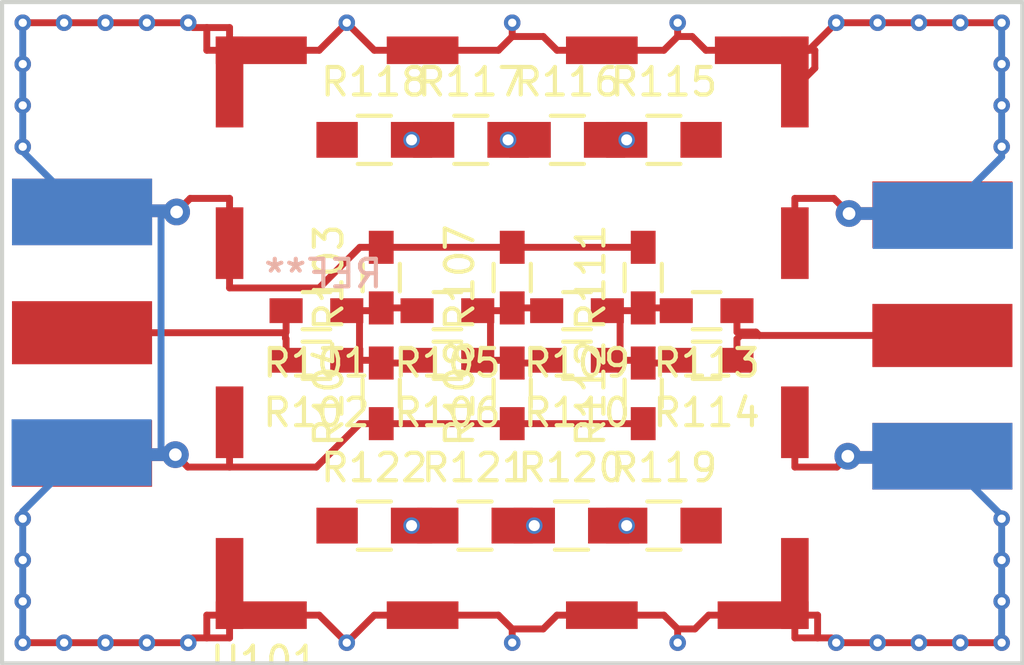
<source format=kicad_pcb>
(kicad_pcb (version 20171130) (host pcbnew "(5.1.12)-1")

  (general
    (thickness 1.6)
    (drawings 20)
    (tracks 227)
    (zones 0)
    (modules 64)
    (nets 17)
  )

  (page A4)
  (layers
    (0 F.Cu signal)
    (31 B.Cu signal)
    (32 B.Adhes user hide)
    (33 F.Adhes user hide)
    (34 B.Paste user hide)
    (35 F.Paste user hide)
    (36 B.SilkS user hide)
    (37 F.SilkS user hide)
    (38 B.Mask user hide)
    (39 F.Mask user hide)
    (40 Dwgs.User user hide)
    (41 Cmts.User user hide)
    (42 Eco1.User user hide)
    (43 Eco2.User user hide)
    (44 Edge.Cuts user)
    (45 Margin user hide)
    (46 B.CrtYd user hide)
    (47 F.CrtYd user hide)
    (48 B.Fab user hide)
    (49 F.Fab user hide)
  )

  (setup
    (last_trace_width 0.25)
    (trace_clearance 0.2)
    (zone_clearance 0.254)
    (zone_45_only yes)
    (trace_min 0.2)
    (via_size 0.6)
    (via_drill 0.4)
    (via_min_size 0.4)
    (via_min_drill 0.3)
    (uvia_size 0.3)
    (uvia_drill 0.1)
    (uvias_allowed no)
    (uvia_min_size 0.2)
    (uvia_min_drill 0.1)
    (edge_width 0.15)
    (segment_width 0.2)
    (pcb_text_width 0.3)
    (pcb_text_size 1.5 1.5)
    (mod_edge_width 0.15)
    (mod_text_size 1 1)
    (mod_text_width 0.15)
    (pad_size 0.6 0.6)
    (pad_drill 0.3)
    (pad_to_mask_clearance 0.2)
    (aux_axis_origin 0 0)
    (visible_elements 7FFFFFFF)
    (pcbplotparams
      (layerselection 0x00080_00000000)
      (usegerberextensions false)
      (usegerberattributes true)
      (usegerberadvancedattributes true)
      (creategerberjobfile true)
      (excludeedgelayer true)
      (linewidth 0.100000)
      (plotframeref false)
      (viasonmask false)
      (mode 1)
      (useauxorigin false)
      (hpglpennumber 1)
      (hpglpenspeed 20)
      (hpglpendiameter 15.000000)
      (psnegative false)
      (psa4output false)
      (plotreference true)
      (plotvalue true)
      (plotinvisibletext false)
      (padsonsilk false)
      (subtractmaskfromsilk false)
      (outputformat 1)
      (mirror false)
      (drillshape 0)
      (scaleselection 1)
      (outputdirectory "gerber/"))
  )

  (net 0 "")
  (net 1 "Net-(P101-Pad1)")
  (net 2 GND)
  (net 3 "Net-(P102-Pad1)")
  (net 4 "Net-(R101-Pad1)")
  (net 5 "Net-(R105-Pad1)")
  (net 6 "Net-(R109-Pad1)")
  (net 7 "Net-(R115-Pad1)")
  (net 8 "Net-(R115-Pad2)")
  (net 9 "Net-(R116-Pad1)")
  (net 10 "Net-(R117-Pad1)")
  (net 11 "Net-(R118-Pad1)")
  (net 12 "Net-(R119-Pad1)")
  (net 13 "Net-(R119-Pad2)")
  (net 14 "Net-(R120-Pad1)")
  (net 15 "Net-(R121-Pad1)")
  (net 16 "Net-(R122-Pad1)")

  (net_class Default "This is the default net class."
    (clearance 0.2)
    (trace_width 0.25)
    (via_dia 0.6)
    (via_drill 0.4)
    (uvia_dia 0.3)
    (uvia_drill 0.1)
    (add_net GND)
    (add_net "Net-(P101-Pad1)")
    (add_net "Net-(P102-Pad1)")
    (add_net "Net-(R101-Pad1)")
    (add_net "Net-(R105-Pad1)")
    (add_net "Net-(R109-Pad1)")
    (add_net "Net-(R115-Pad1)")
    (add_net "Net-(R115-Pad2)")
    (add_net "Net-(R116-Pad1)")
    (add_net "Net-(R117-Pad1)")
    (add_net "Net-(R118-Pad1)")
    (add_net "Net-(R119-Pad1)")
    (add_net "Net-(R119-Pad2)")
    (add_net "Net-(R120-Pad1)")
    (add_net "Net-(R121-Pad1)")
    (add_net "Net-(R122-Pad1)")
  )

  (module Sockets_BNC:StichVIA (layer F.Cu) (tedit 56B07A33) (tstamp 56B07BC4)
    (at 63.75 98.75)
    (fp_text reference REF**_39 (at 0.05 1.8) (layer F.SilkS) hide
      (effects (font (size 1 1) (thickness 0.15)))
    )
    (fp_text value StichVIA (at 0 -1.075) (layer F.Fab) hide
      (effects (font (size 1 1) (thickness 0.15)))
    )
    (pad 1 thru_hole circle (at 0 0) (size 0.6 0.6) (drill 0.3) (layers *.Cu)
      (net 2 GND) (zone_connect 2))
  )

  (module Sockets_BNC:StichVIA (layer F.Cu) (tedit 56B07A33) (tstamp 56B07BC0)
    (at 63.75 100.25)
    (fp_text reference REF**_38 (at 0.05 1.8) (layer F.SilkS) hide
      (effects (font (size 1 1) (thickness 0.15)))
    )
    (fp_text value StichVIA (at 0 -1.075) (layer F.Fab) hide
      (effects (font (size 1 1) (thickness 0.15)))
    )
    (pad 1 thru_hole circle (at 0 0) (size 0.6 0.6) (drill 0.3) (layers *.Cu)
      (net 2 GND) (zone_connect 2))
  )

  (module Sockets_BNC:StichVIA (layer F.Cu) (tedit 56B07A33) (tstamp 56B07BBC)
    (at 63.75 101.75)
    (fp_text reference REF**_37 (at 0.05 1.8) (layer F.SilkS) hide
      (effects (font (size 1 1) (thickness 0.15)))
    )
    (fp_text value StichVIA (at 0 -1.075) (layer F.Fab) hide
      (effects (font (size 1 1) (thickness 0.15)))
    )
    (pad 1 thru_hole circle (at 0 0) (size 0.6 0.6) (drill 0.3) (layers *.Cu)
      (net 2 GND) (zone_connect 2))
  )

  (module Sockets_BNC:StichVIA (layer F.Cu) (tedit 56B07A33) (tstamp 56B07BB8)
    (at 63.75 103.25)
    (fp_text reference REF**_36 (at 0.05 1.8) (layer F.SilkS) hide
      (effects (font (size 1 1) (thickness 0.15)))
    )
    (fp_text value StichVIA (at 0 -1.075) (layer F.Fab) hide
      (effects (font (size 1 1) (thickness 0.15)))
    )
    (pad 1 thru_hole circle (at 0 0) (size 0.6 0.6) (drill 0.3) (layers *.Cu)
      (net 2 GND) (zone_connect 2))
  )

  (module Sockets_BNC:StichVIA (layer F.Cu) (tedit 56B07A33) (tstamp 56B07BB4)
    (at 62.25 103.25)
    (fp_text reference REF**_35 (at 0.05 1.8) (layer F.SilkS) hide
      (effects (font (size 1 1) (thickness 0.15)))
    )
    (fp_text value StichVIA (at 0 -1.075) (layer F.Fab) hide
      (effects (font (size 1 1) (thickness 0.15)))
    )
    (pad 1 thru_hole circle (at 0 0) (size 0.6 0.6) (drill 0.3) (layers *.Cu)
      (net 2 GND) (zone_connect 2))
  )

  (module Sockets_BNC:StichVIA (layer F.Cu) (tedit 56B07A33) (tstamp 56B07BB0)
    (at 60.75 103.25)
    (fp_text reference REF**_34 (at 0.05 1.8) (layer F.SilkS) hide
      (effects (font (size 1 1) (thickness 0.15)))
    )
    (fp_text value StichVIA (at 0 -1.075) (layer F.Fab) hide
      (effects (font (size 1 1) (thickness 0.15)))
    )
    (pad 1 thru_hole circle (at 0 0) (size 0.6 0.6) (drill 0.3) (layers *.Cu)
      (net 2 GND) (zone_connect 2))
  )

  (module Sockets_BNC:StichVIA (layer F.Cu) (tedit 56B07A33) (tstamp 56B07BAC)
    (at 59.25 103.25)
    (fp_text reference REF**_33 (at 0.05 1.8) (layer F.SilkS) hide
      (effects (font (size 1 1) (thickness 0.15)))
    )
    (fp_text value StichVIA (at 0 -1.075) (layer F.Fab) hide
      (effects (font (size 1 1) (thickness 0.15)))
    )
    (pad 1 thru_hole circle (at 0 0) (size 0.6 0.6) (drill 0.3) (layers *.Cu)
      (net 2 GND) (zone_connect 2))
  )

  (module Sockets_BNC:StichVIA (layer F.Cu) (tedit 56B07A33) (tstamp 56B07BA8)
    (at 57.75 103.25)
    (fp_text reference REF**_32 (at 0.05 1.8) (layer F.SilkS) hide
      (effects (font (size 1 1) (thickness 0.15)))
    )
    (fp_text value StichVIA (at 0 -1.075) (layer F.Fab) hide
      (effects (font (size 1 1) (thickness 0.15)))
    )
    (pad 1 thru_hole circle (at 0 0) (size 0.6 0.6) (drill 0.3) (layers *.Cu)
      (net 2 GND) (zone_connect 2))
  )

  (module Sockets_BNC:StichVIA (layer F.Cu) (tedit 56B07A33) (tstamp 56B07BA4)
    (at 52 103.25)
    (fp_text reference REF**_31 (at 0.05 1.8) (layer F.SilkS) hide
      (effects (font (size 1 1) (thickness 0.15)))
    )
    (fp_text value StichVIA (at 0 -1.075) (layer F.Fab) hide
      (effects (font (size 1 1) (thickness 0.15)))
    )
    (pad 1 thru_hole circle (at 0 0) (size 0.6 0.6) (drill 0.3) (layers *.Cu)
      (net 2 GND) (zone_connect 2))
  )

  (module Sockets_BNC:StichVIA (layer F.Cu) (tedit 56B07A33) (tstamp 56B07BA0)
    (at 46 103.25)
    (fp_text reference REF**_30 (at 0.05 1.8) (layer F.SilkS) hide
      (effects (font (size 1 1) (thickness 0.15)))
    )
    (fp_text value StichVIA (at 0 -1.075) (layer F.Fab) hide
      (effects (font (size 1 1) (thickness 0.15)))
    )
    (pad 1 thru_hole circle (at 0 0) (size 0.6 0.6) (drill 0.3) (layers *.Cu)
      (net 2 GND) (zone_connect 2))
  )

  (module Sockets_BNC:StichVIA (layer F.Cu) (tedit 56B07A33) (tstamp 56B07B9C)
    (at 40 103.25)
    (fp_text reference REF**_29 (at 0.05 1.8) (layer F.SilkS) hide
      (effects (font (size 1 1) (thickness 0.15)))
    )
    (fp_text value StichVIA (at 0 -1.075) (layer F.Fab) hide
      (effects (font (size 1 1) (thickness 0.15)))
    )
    (pad 1 thru_hole circle (at 0 0) (size 0.6 0.6) (drill 0.3) (layers *.Cu)
      (net 2 GND) (zone_connect 2))
  )

  (module Sockets_BNC:StichVIA (layer F.Cu) (tedit 56B07A33) (tstamp 56B07B98)
    (at 34.25 103.25)
    (fp_text reference REF**_28 (at 0.05 1.8) (layer F.SilkS) hide
      (effects (font (size 1 1) (thickness 0.15)))
    )
    (fp_text value StichVIA (at 0 -1.075) (layer F.Fab) hide
      (effects (font (size 1 1) (thickness 0.15)))
    )
    (pad 1 thru_hole circle (at 0 0) (size 0.6 0.6) (drill 0.3) (layers *.Cu)
      (net 2 GND) (zone_connect 2))
  )

  (module Sockets_BNC:StichVIA (layer F.Cu) (tedit 56B07A33) (tstamp 56B07B94)
    (at 32.75 103.25)
    (fp_text reference REF**_27 (at 0.05 1.8) (layer F.SilkS) hide
      (effects (font (size 1 1) (thickness 0.15)))
    )
    (fp_text value StichVIA (at 0 -1.075) (layer F.Fab) hide
      (effects (font (size 1 1) (thickness 0.15)))
    )
    (pad 1 thru_hole circle (at 0 0) (size 0.6 0.6) (drill 0.3) (layers *.Cu)
      (net 2 GND) (zone_connect 2))
  )

  (module Sockets_BNC:StichVIA (layer F.Cu) (tedit 56B07A33) (tstamp 56B07B90)
    (at 31.25 103.25)
    (fp_text reference REF**_26 (at 0.05 1.8) (layer F.SilkS) hide
      (effects (font (size 1 1) (thickness 0.15)))
    )
    (fp_text value StichVIA (at 0 -1.075) (layer F.Fab) hide
      (effects (font (size 1 1) (thickness 0.15)))
    )
    (pad 1 thru_hole circle (at 0 0) (size 0.6 0.6) (drill 0.3) (layers *.Cu)
      (net 2 GND) (zone_connect 2))
  )

  (module Sockets_BNC:StichVIA (layer F.Cu) (tedit 56B07A33) (tstamp 56B07B8C)
    (at 29.75 103.25)
    (fp_text reference REF**_25 (at 0.05 1.8) (layer F.SilkS) hide
      (effects (font (size 1 1) (thickness 0.15)))
    )
    (fp_text value StichVIA (at 0 -1.075) (layer F.Fab) hide
      (effects (font (size 1 1) (thickness 0.15)))
    )
    (pad 1 thru_hole circle (at 0 0) (size 0.6 0.6) (drill 0.3) (layers *.Cu)
      (net 2 GND) (zone_connect 2))
  )

  (module Sockets_BNC:StichVIA (layer F.Cu) (tedit 56B07A33) (tstamp 56B07B88)
    (at 28.25 103.25)
    (fp_text reference REF**_24 (at 0.05 1.8) (layer F.SilkS) hide
      (effects (font (size 1 1) (thickness 0.15)))
    )
    (fp_text value StichVIA (at 0 -1.075) (layer F.Fab) hide
      (effects (font (size 1 1) (thickness 0.15)))
    )
    (pad 1 thru_hole circle (at 0 0) (size 0.6 0.6) (drill 0.3) (layers *.Cu)
      (net 2 GND) (zone_connect 2))
  )

  (module Sockets_BNC:StichVIA (layer F.Cu) (tedit 56B07A33) (tstamp 56B07B84)
    (at 28.25 101.75)
    (fp_text reference REF**_23 (at 0.05 1.8) (layer F.SilkS) hide
      (effects (font (size 1 1) (thickness 0.15)))
    )
    (fp_text value StichVIA (at 0 -1.075) (layer F.Fab) hide
      (effects (font (size 1 1) (thickness 0.15)))
    )
    (pad 1 thru_hole circle (at 0 0) (size 0.6 0.6) (drill 0.3) (layers *.Cu)
      (net 2 GND) (zone_connect 2))
  )

  (module Sockets_BNC:StichVIA (layer F.Cu) (tedit 56B07A33) (tstamp 56B07B80)
    (at 28.25 100.25)
    (fp_text reference REF**_22 (at 0.05 1.8) (layer F.SilkS) hide
      (effects (font (size 1 1) (thickness 0.15)))
    )
    (fp_text value StichVIA (at 0 -1.075) (layer F.Fab) hide
      (effects (font (size 1 1) (thickness 0.15)))
    )
    (pad 1 thru_hole circle (at 0 0) (size 0.6 0.6) (drill 0.3) (layers *.Cu)
      (net 2 GND) (zone_connect 2))
  )

  (module Sockets_BNC:StichVIA (layer F.Cu) (tedit 56B07A33) (tstamp 56B07B7C)
    (at 28.25 98.75)
    (fp_text reference REF**_21 (at 0.05 1.8) (layer F.SilkS) hide
      (effects (font (size 1 1) (thickness 0.15)))
    )
    (fp_text value StichVIA (at 0 -1.075) (layer F.Fab) hide
      (effects (font (size 1 1) (thickness 0.15)))
    )
    (pad 1 thru_hole circle (at 0 0) (size 0.6 0.6) (drill 0.3) (layers *.Cu)
      (net 2 GND) (zone_connect 2))
  )

  (module Sockets_BNC:StichVIA (layer F.Cu) (tedit 56B07A33) (tstamp 56B07B62)
    (at 63.75 85.25)
    (fp_text reference REF**_20 (at 0.05 1.8) (layer F.SilkS) hide
      (effects (font (size 1 1) (thickness 0.15)))
    )
    (fp_text value StichVIA (at 0 -1.075) (layer F.Fab) hide
      (effects (font (size 1 1) (thickness 0.15)))
    )
    (pad 1 thru_hole circle (at 0 0) (size 0.6 0.6) (drill 0.3) (layers *.Cu)
      (net 2 GND) (zone_connect 2))
  )

  (module Sockets_BNC:StichVIA (layer F.Cu) (tedit 56B07A33) (tstamp 56B07B5E)
    (at 63.75 83.75)
    (fp_text reference REF**_19 (at 0.05 1.8) (layer F.SilkS) hide
      (effects (font (size 1 1) (thickness 0.15)))
    )
    (fp_text value StichVIA (at 0 -1.075) (layer F.Fab) hide
      (effects (font (size 1 1) (thickness 0.15)))
    )
    (pad 1 thru_hole circle (at 0 0) (size 0.6 0.6) (drill 0.3) (layers *.Cu)
      (net 2 GND) (zone_connect 2))
  )

  (module Sockets_BNC:StichVIA (layer F.Cu) (tedit 56B07A33) (tstamp 56B07B5A)
    (at 63.75 82.25)
    (fp_text reference REF**_18 (at 0.05 1.8) (layer F.SilkS) hide
      (effects (font (size 1 1) (thickness 0.15)))
    )
    (fp_text value StichVIA (at 0 -1.075) (layer F.Fab) hide
      (effects (font (size 1 1) (thickness 0.15)))
    )
    (pad 1 thru_hole circle (at 0 0) (size 0.6 0.6) (drill 0.3) (layers *.Cu)
      (net 2 GND) (zone_connect 2))
  )

  (module Sockets_BNC:StichVIA (layer F.Cu) (tedit 56B07A33) (tstamp 56B07B56)
    (at 63.75 80.75)
    (fp_text reference REF**_17 (at 0.05 1.8) (layer F.SilkS) hide
      (effects (font (size 1 1) (thickness 0.15)))
    )
    (fp_text value StichVIA (at 0 -1.075) (layer F.Fab) hide
      (effects (font (size 1 1) (thickness 0.15)))
    )
    (pad 1 thru_hole circle (at 0 0) (size 0.6 0.6) (drill 0.3) (layers *.Cu)
      (net 2 GND) (zone_connect 2))
  )

  (module Sockets_BNC:StichVIA (layer F.Cu) (tedit 56B07A33) (tstamp 56B07B4C)
    (at 62.25 80.75)
    (fp_text reference REF**_16 (at 0.05 1.8) (layer F.SilkS) hide
      (effects (font (size 1 1) (thickness 0.15)))
    )
    (fp_text value StichVIA (at 0 -1.075) (layer F.Fab) hide
      (effects (font (size 1 1) (thickness 0.15)))
    )
    (pad 1 thru_hole circle (at 0 0) (size 0.6 0.6) (drill 0.3) (layers *.Cu)
      (net 2 GND) (zone_connect 2))
  )

  (module Sockets_BNC:StichVIA (layer F.Cu) (tedit 56B07A33) (tstamp 56B07B48)
    (at 60.75 80.75)
    (fp_text reference REF**_15 (at 0.05 1.8) (layer F.SilkS) hide
      (effects (font (size 1 1) (thickness 0.15)))
    )
    (fp_text value StichVIA (at 0 -1.075) (layer F.Fab) hide
      (effects (font (size 1 1) (thickness 0.15)))
    )
    (pad 1 thru_hole circle (at 0 0) (size 0.6 0.6) (drill 0.3) (layers *.Cu)
      (net 2 GND) (zone_connect 2))
  )

  (module Sockets_BNC:StichVIA (layer F.Cu) (tedit 56B07A33) (tstamp 56B07B44)
    (at 59.25 80.75)
    (fp_text reference REF**_14 (at 0.05 1.8) (layer F.SilkS) hide
      (effects (font (size 1 1) (thickness 0.15)))
    )
    (fp_text value StichVIA (at 0 -1.075) (layer F.Fab) hide
      (effects (font (size 1 1) (thickness 0.15)))
    )
    (pad 1 thru_hole circle (at 0 0) (size 0.6 0.6) (drill 0.3) (layers *.Cu)
      (net 2 GND) (zone_connect 2))
  )

  (module Sockets_BNC:StichVIA (layer F.Cu) (tedit 56B07A33) (tstamp 56B07B40)
    (at 57.75 80.75)
    (fp_text reference REF**_13 (at 0.05 1.8) (layer F.SilkS) hide
      (effects (font (size 1 1) (thickness 0.15)))
    )
    (fp_text value StichVIA (at 0 -1.075) (layer F.Fab) hide
      (effects (font (size 1 1) (thickness 0.15)))
    )
    (pad 1 thru_hole circle (at 0 0) (size 0.6 0.6) (drill 0.3) (layers *.Cu)
      (net 2 GND) (zone_connect 2))
  )

  (module Sockets_BNC:StichVIA (layer F.Cu) (tedit 56B07A33) (tstamp 56B07B3C)
    (at 52 80.75)
    (fp_text reference REF**_12 (at 0.05 1.8) (layer F.SilkS) hide
      (effects (font (size 1 1) (thickness 0.15)))
    )
    (fp_text value StichVIA (at 0 -1.075) (layer F.Fab) hide
      (effects (font (size 1 1) (thickness 0.15)))
    )
    (pad 1 thru_hole circle (at 0 0) (size 0.6 0.6) (drill 0.3) (layers *.Cu)
      (net 2 GND) (zone_connect 2))
  )

  (module Sockets_BNC:StichVIA (layer F.Cu) (tedit 56B07A33) (tstamp 56B07B38)
    (at 46 80.75)
    (fp_text reference REF**_11 (at 0.05 1.8) (layer F.SilkS) hide
      (effects (font (size 1 1) (thickness 0.15)))
    )
    (fp_text value StichVIA (at 0 -1.075) (layer F.Fab) hide
      (effects (font (size 1 1) (thickness 0.15)))
    )
    (pad 1 thru_hole circle (at 0 0) (size 0.6 0.6) (drill 0.3) (layers *.Cu)
      (net 2 GND) (zone_connect 2))
  )

  (module Sockets_BNC:StichVIA (layer F.Cu) (tedit 56B07A33) (tstamp 56B07B34)
    (at 40 80.75)
    (fp_text reference REF**_10 (at 0.05 1.8) (layer F.SilkS) hide
      (effects (font (size 1 1) (thickness 0.15)))
    )
    (fp_text value StichVIA (at 0 -1.075) (layer F.Fab) hide
      (effects (font (size 1 1) (thickness 0.15)))
    )
    (pad 1 thru_hole circle (at 0 0) (size 0.6 0.6) (drill 0.3) (layers *.Cu)
      (net 2 GND) (zone_connect 2))
  )

  (module Sockets_BNC:StichVIA (layer F.Cu) (tedit 56B07A33) (tstamp 56B07B1B)
    (at 34.25 80.75)
    (fp_text reference REF**_9 (at 0.05 1.8) (layer F.SilkS) hide
      (effects (font (size 1 1) (thickness 0.15)))
    )
    (fp_text value StichVIA (at 0 -1.075) (layer F.Fab) hide
      (effects (font (size 1 1) (thickness 0.15)))
    )
    (pad 1 thru_hole circle (at 0 0) (size 0.6 0.6) (drill 0.3) (layers *.Cu)
      (net 2 GND) (zone_connect 2))
  )

  (module Sockets_BNC:StichVIA (layer F.Cu) (tedit 56B07A33) (tstamp 56B07B17)
    (at 32.75 80.75)
    (fp_text reference REF**_8 (at 0.05 1.8) (layer F.SilkS) hide
      (effects (font (size 1 1) (thickness 0.15)))
    )
    (fp_text value StichVIA (at 0 -1.075) (layer F.Fab) hide
      (effects (font (size 1 1) (thickness 0.15)))
    )
    (pad 1 thru_hole circle (at 0 0) (size 0.6 0.6) (drill 0.3) (layers *.Cu)
      (net 2 GND) (zone_connect 2))
  )

  (module Sockets_BNC:StichVIA (layer F.Cu) (tedit 56B07A33) (tstamp 56B07B13)
    (at 31.25 80.75)
    (fp_text reference REF**_7 (at 0.05 1.8) (layer F.SilkS) hide
      (effects (font (size 1 1) (thickness 0.15)))
    )
    (fp_text value StichVIA (at 0 -1.075) (layer F.Fab) hide
      (effects (font (size 1 1) (thickness 0.15)))
    )
    (pad 1 thru_hole circle (at 0 0) (size 0.6 0.6) (drill 0.3) (layers *.Cu)
      (net 2 GND) (zone_connect 2))
  )

  (module Sockets_BNC:StichVIA (layer F.Cu) (tedit 56B07A33) (tstamp 56B07B0F)
    (at 29.75 80.75)
    (fp_text reference REF**_6 (at 0.05 1.8) (layer F.SilkS) hide
      (effects (font (size 1 1) (thickness 0.15)))
    )
    (fp_text value StichVIA (at 0 -1.075) (layer F.Fab) hide
      (effects (font (size 1 1) (thickness 0.15)))
    )
    (pad 1 thru_hole circle (at 0 0) (size 0.6 0.6) (drill 0.3) (layers *.Cu)
      (net 2 GND) (zone_connect 2))
  )

  (module Sockets_BNC:StichVIA (layer F.Cu) (tedit 56B07A33) (tstamp 56B07B0B)
    (at 28.25 85.25)
    (fp_text reference REF**_5 (at 0.05 1.8) (layer F.SilkS) hide
      (effects (font (size 1 1) (thickness 0.15)))
    )
    (fp_text value StichVIA (at 0 -1.075) (layer F.Fab) hide
      (effects (font (size 1 1) (thickness 0.15)))
    )
    (pad 1 thru_hole circle (at 0 0) (size 0.6 0.6) (drill 0.3) (layers *.Cu)
      (net 2 GND) (zone_connect 2))
  )

  (module Sockets_BNC:StichVIA (layer F.Cu) (tedit 56B07A33) (tstamp 56B07B07)
    (at 28.25 83.75)
    (fp_text reference REF**_4 (at 0.05 1.8) (layer F.SilkS) hide
      (effects (font (size 1 1) (thickness 0.15)))
    )
    (fp_text value StichVIA (at 0 -1.075) (layer F.Fab) hide
      (effects (font (size 1 1) (thickness 0.15)))
    )
    (pad 1 thru_hole circle (at 0 0) (size 0.6 0.6) (drill 0.3) (layers *.Cu)
      (net 2 GND) (zone_connect 2))
  )

  (module Sockets_BNC:StichVIA (layer F.Cu) (tedit 56B07A33) (tstamp 56B07B03)
    (at 28.25 82.25)
    (fp_text reference REF**_3 (at 0.05 1.8) (layer F.SilkS) hide
      (effects (font (size 1 1) (thickness 0.15)))
    )
    (fp_text value StichVIA (at 0 -1.075) (layer F.Fab) hide
      (effects (font (size 1 1) (thickness 0.15)))
    )
    (pad 1 thru_hole circle (at 0 0) (size 0.6 0.6) (drill 0.3) (layers *.Cu)
      (net 2 GND) (zone_connect 2))
  )

  (module Resistors_SMD:R_0603_HandSoldering (layer F.Cu) (tedit 5418A00F) (tstamp 56B090EC)
    (at 38.9 91.2 180)
    (descr "Resistor SMD 0603, hand soldering")
    (tags "resistor 0603")
    (path /56AFD802)
    (attr smd)
    (fp_text reference R101 (at 0 -1.9 180) (layer F.SilkS)
      (effects (font (size 1 1) (thickness 0.15)))
    )
    (fp_text value R (at 0 1.9 180) (layer F.Fab)
      (effects (font (size 1 1) (thickness 0.15)))
    )
    (fp_line (start -0.5 -0.675) (end 0.5 -0.675) (layer F.SilkS) (width 0.15))
    (fp_line (start 0.5 0.675) (end -0.5 0.675) (layer F.SilkS) (width 0.15))
    (fp_line (start 2 -0.8) (end 2 0.8) (layer F.CrtYd) (width 0.05))
    (fp_line (start -2 -0.8) (end -2 0.8) (layer F.CrtYd) (width 0.05))
    (fp_line (start -2 0.8) (end 2 0.8) (layer F.CrtYd) (width 0.05))
    (fp_line (start -2 -0.8) (end 2 -0.8) (layer F.CrtYd) (width 0.05))
    (pad 1 smd rect (at -1.1 0 180) (size 1.2 0.9) (layers F.Cu F.Paste F.Mask)
      (net 4 "Net-(R101-Pad1)"))
    (pad 2 smd rect (at 1.1 0 180) (size 1.2 0.9) (layers F.Cu F.Paste F.Mask)
      (net 1 "Net-(P101-Pad1)"))
    (model Resistors_SMD.3dshapes/R_0603_HandSoldering.wrl
      (at (xyz 0 0 0))
      (scale (xyz 1 1 1))
      (rotate (xyz 0 0 0))
    )
  )

  (module Resistors_SMD:R_0603_HandSoldering (layer F.Cu) (tedit 5418A00F) (tstamp 56B090F8)
    (at 38.9 93 180)
    (descr "Resistor SMD 0603, hand soldering")
    (tags "resistor 0603")
    (path /56AFDAC8)
    (attr smd)
    (fp_text reference R102 (at 0 -1.9 180) (layer F.SilkS)
      (effects (font (size 1 1) (thickness 0.15)))
    )
    (fp_text value R (at 0 1.9 180) (layer F.Fab)
      (effects (font (size 1 1) (thickness 0.15)))
    )
    (fp_line (start -0.5 -0.675) (end 0.5 -0.675) (layer F.SilkS) (width 0.15))
    (fp_line (start 0.5 0.675) (end -0.5 0.675) (layer F.SilkS) (width 0.15))
    (fp_line (start 2 -0.8) (end 2 0.8) (layer F.CrtYd) (width 0.05))
    (fp_line (start -2 -0.8) (end -2 0.8) (layer F.CrtYd) (width 0.05))
    (fp_line (start -2 0.8) (end 2 0.8) (layer F.CrtYd) (width 0.05))
    (fp_line (start -2 -0.8) (end 2 -0.8) (layer F.CrtYd) (width 0.05))
    (pad 1 smd rect (at -1.1 0 180) (size 1.2 0.9) (layers F.Cu F.Paste F.Mask)
      (net 4 "Net-(R101-Pad1)"))
    (pad 2 smd rect (at 1.1 0 180) (size 1.2 0.9) (layers F.Cu F.Paste F.Mask)
      (net 1 "Net-(P101-Pad1)"))
    (model Resistors_SMD.3dshapes/R_0603_HandSoldering.wrl
      (at (xyz 0 0 0))
      (scale (xyz 1 1 1))
      (rotate (xyz 0 0 0))
    )
  )

  (module Resistors_SMD:R_0603_HandSoldering (layer F.Cu) (tedit 5418A00F) (tstamp 56B09104)
    (at 41.25 90 90)
    (descr "Resistor SMD 0603, hand soldering")
    (tags "resistor 0603")
    (path /56AFDAEE)
    (attr smd)
    (fp_text reference R103 (at 0 -1.9 90) (layer F.SilkS)
      (effects (font (size 1 1) (thickness 0.15)))
    )
    (fp_text value R (at 0 1.9 90) (layer F.Fab)
      (effects (font (size 1 1) (thickness 0.15)))
    )
    (fp_line (start -0.5 -0.675) (end 0.5 -0.675) (layer F.SilkS) (width 0.15))
    (fp_line (start 0.5 0.675) (end -0.5 0.675) (layer F.SilkS) (width 0.15))
    (fp_line (start 2 -0.8) (end 2 0.8) (layer F.CrtYd) (width 0.05))
    (fp_line (start -2 -0.8) (end -2 0.8) (layer F.CrtYd) (width 0.05))
    (fp_line (start -2 0.8) (end 2 0.8) (layer F.CrtYd) (width 0.05))
    (fp_line (start -2 -0.8) (end 2 -0.8) (layer F.CrtYd) (width 0.05))
    (pad 1 smd rect (at -1.1 0 90) (size 1.2 0.9) (layers F.Cu F.Paste F.Mask)
      (net 4 "Net-(R101-Pad1)"))
    (pad 2 smd rect (at 1.1 0 90) (size 1.2 0.9) (layers F.Cu F.Paste F.Mask)
      (net 2 GND))
    (model Resistors_SMD.3dshapes/R_0603_HandSoldering.wrl
      (at (xyz 0 0 0))
      (scale (xyz 1 1 1))
      (rotate (xyz 0 0 0))
    )
  )

  (module Resistors_SMD:R_0603_HandSoldering (layer F.Cu) (tedit 5418A00F) (tstamp 56B09110)
    (at 41.25 94.2 90)
    (descr "Resistor SMD 0603, hand soldering")
    (tags "resistor 0603")
    (path /56AFDB32)
    (attr smd)
    (fp_text reference R104 (at 0 -1.9 90) (layer F.SilkS)
      (effects (font (size 1 1) (thickness 0.15)))
    )
    (fp_text value R (at 0 1.9 90) (layer F.Fab)
      (effects (font (size 1 1) (thickness 0.15)))
    )
    (fp_line (start -0.5 -0.675) (end 0.5 -0.675) (layer F.SilkS) (width 0.15))
    (fp_line (start 0.5 0.675) (end -0.5 0.675) (layer F.SilkS) (width 0.15))
    (fp_line (start 2 -0.8) (end 2 0.8) (layer F.CrtYd) (width 0.05))
    (fp_line (start -2 -0.8) (end -2 0.8) (layer F.CrtYd) (width 0.05))
    (fp_line (start -2 0.8) (end 2 0.8) (layer F.CrtYd) (width 0.05))
    (fp_line (start -2 -0.8) (end 2 -0.8) (layer F.CrtYd) (width 0.05))
    (pad 1 smd rect (at -1.1 0 90) (size 1.2 0.9) (layers F.Cu F.Paste F.Mask)
      (net 2 GND))
    (pad 2 smd rect (at 1.1 0 90) (size 1.2 0.9) (layers F.Cu F.Paste F.Mask)
      (net 4 "Net-(R101-Pad1)"))
    (model Resistors_SMD.3dshapes/R_0603_HandSoldering.wrl
      (at (xyz 0 0 0))
      (scale (xyz 1 1 1))
      (rotate (xyz 0 0 0))
    )
  )

  (module Resistors_SMD:R_0603_HandSoldering (layer F.Cu) (tedit 5418A00F) (tstamp 56B0911C)
    (at 43.65 91.2 180)
    (descr "Resistor SMD 0603, hand soldering")
    (tags "resistor 0603")
    (path /56AFDB66)
    (attr smd)
    (fp_text reference R105 (at 0 -1.9 180) (layer F.SilkS)
      (effects (font (size 1 1) (thickness 0.15)))
    )
    (fp_text value R (at 0 1.9 180) (layer F.Fab)
      (effects (font (size 1 1) (thickness 0.15)))
    )
    (fp_line (start -0.5 -0.675) (end 0.5 -0.675) (layer F.SilkS) (width 0.15))
    (fp_line (start 0.5 0.675) (end -0.5 0.675) (layer F.SilkS) (width 0.15))
    (fp_line (start 2 -0.8) (end 2 0.8) (layer F.CrtYd) (width 0.05))
    (fp_line (start -2 -0.8) (end -2 0.8) (layer F.CrtYd) (width 0.05))
    (fp_line (start -2 0.8) (end 2 0.8) (layer F.CrtYd) (width 0.05))
    (fp_line (start -2 -0.8) (end 2 -0.8) (layer F.CrtYd) (width 0.05))
    (pad 1 smd rect (at -1.1 0 180) (size 1.2 0.9) (layers F.Cu F.Paste F.Mask)
      (net 5 "Net-(R105-Pad1)"))
    (pad 2 smd rect (at 1.1 0 180) (size 1.2 0.9) (layers F.Cu F.Paste F.Mask)
      (net 4 "Net-(R101-Pad1)"))
    (model Resistors_SMD.3dshapes/R_0603_HandSoldering.wrl
      (at (xyz 0 0 0))
      (scale (xyz 1 1 1))
      (rotate (xyz 0 0 0))
    )
  )

  (module Resistors_SMD:R_0603_HandSoldering (layer F.Cu) (tedit 5418A00F) (tstamp 56B09128)
    (at 43.65 93 180)
    (descr "Resistor SMD 0603, hand soldering")
    (tags "resistor 0603")
    (path /56AFDBA5)
    (attr smd)
    (fp_text reference R106 (at 0 -1.9 180) (layer F.SilkS)
      (effects (font (size 1 1) (thickness 0.15)))
    )
    (fp_text value R (at 0.25 1.9 180) (layer F.Fab)
      (effects (font (size 1 1) (thickness 0.15)))
    )
    (fp_line (start -0.5 -0.675) (end 0.5 -0.675) (layer F.SilkS) (width 0.15))
    (fp_line (start 0.5 0.675) (end -0.5 0.675) (layer F.SilkS) (width 0.15))
    (fp_line (start 2 -0.8) (end 2 0.8) (layer F.CrtYd) (width 0.05))
    (fp_line (start -2 -0.8) (end -2 0.8) (layer F.CrtYd) (width 0.05))
    (fp_line (start -2 0.8) (end 2 0.8) (layer F.CrtYd) (width 0.05))
    (fp_line (start -2 -0.8) (end 2 -0.8) (layer F.CrtYd) (width 0.05))
    (pad 1 smd rect (at -1.1 0 180) (size 1.2 0.9) (layers F.Cu F.Paste F.Mask)
      (net 5 "Net-(R105-Pad1)"))
    (pad 2 smd rect (at 1.1 0 180) (size 1.2 0.9) (layers F.Cu F.Paste F.Mask)
      (net 4 "Net-(R101-Pad1)"))
    (model Resistors_SMD.3dshapes/R_0603_HandSoldering.wrl
      (at (xyz 0 0 0))
      (scale (xyz 1 1 1))
      (rotate (xyz 0 0 0))
    )
  )

  (module Resistors_SMD:R_0603_HandSoldering (layer F.Cu) (tedit 5418A00F) (tstamp 56B09134)
    (at 46 90 90)
    (descr "Resistor SMD 0603, hand soldering")
    (tags "resistor 0603")
    (path /56AFDC0D)
    (attr smd)
    (fp_text reference R107 (at 0 -1.9 90) (layer F.SilkS)
      (effects (font (size 1 1) (thickness 0.15)))
    )
    (fp_text value R (at 0 1.9 90) (layer F.Fab)
      (effects (font (size 1 1) (thickness 0.15)))
    )
    (fp_line (start -0.5 -0.675) (end 0.5 -0.675) (layer F.SilkS) (width 0.15))
    (fp_line (start 0.5 0.675) (end -0.5 0.675) (layer F.SilkS) (width 0.15))
    (fp_line (start 2 -0.8) (end 2 0.8) (layer F.CrtYd) (width 0.05))
    (fp_line (start -2 -0.8) (end -2 0.8) (layer F.CrtYd) (width 0.05))
    (fp_line (start -2 0.8) (end 2 0.8) (layer F.CrtYd) (width 0.05))
    (fp_line (start -2 -0.8) (end 2 -0.8) (layer F.CrtYd) (width 0.05))
    (pad 1 smd rect (at -1.1 0 90) (size 1.2 0.9) (layers F.Cu F.Paste F.Mask)
      (net 5 "Net-(R105-Pad1)"))
    (pad 2 smd rect (at 1.1 0 90) (size 1.2 0.9) (layers F.Cu F.Paste F.Mask)
      (net 2 GND))
    (model Resistors_SMD.3dshapes/R_0603_HandSoldering.wrl
      (at (xyz 0 0 0))
      (scale (xyz 1 1 1))
      (rotate (xyz 0 0 0))
    )
  )

  (module Resistors_SMD:R_0603_HandSoldering (layer F.Cu) (tedit 5418A00F) (tstamp 56B09140)
    (at 46 94.2 90)
    (descr "Resistor SMD 0603, hand soldering")
    (tags "resistor 0603")
    (path /56AFDC6B)
    (attr smd)
    (fp_text reference R108 (at 0 -1.9 90) (layer F.SilkS)
      (effects (font (size 1 1) (thickness 0.15)))
    )
    (fp_text value R (at 0 1.9 90) (layer F.Fab)
      (effects (font (size 1 1) (thickness 0.15)))
    )
    (fp_line (start -0.5 -0.675) (end 0.5 -0.675) (layer F.SilkS) (width 0.15))
    (fp_line (start 0.5 0.675) (end -0.5 0.675) (layer F.SilkS) (width 0.15))
    (fp_line (start 2 -0.8) (end 2 0.8) (layer F.CrtYd) (width 0.05))
    (fp_line (start -2 -0.8) (end -2 0.8) (layer F.CrtYd) (width 0.05))
    (fp_line (start -2 0.8) (end 2 0.8) (layer F.CrtYd) (width 0.05))
    (fp_line (start -2 -0.8) (end 2 -0.8) (layer F.CrtYd) (width 0.05))
    (pad 1 smd rect (at -1.1 0 90) (size 1.2 0.9) (layers F.Cu F.Paste F.Mask)
      (net 2 GND))
    (pad 2 smd rect (at 1.1 0 90) (size 1.2 0.9) (layers F.Cu F.Paste F.Mask)
      (net 5 "Net-(R105-Pad1)"))
    (model Resistors_SMD.3dshapes/R_0603_HandSoldering.wrl
      (at (xyz 0 0 0))
      (scale (xyz 1 1 1))
      (rotate (xyz 0 0 0))
    )
  )

  (module Resistors_SMD:R_0603_HandSoldering (layer F.Cu) (tedit 5418A00F) (tstamp 56B0914C)
    (at 48.35 91.2 180)
    (descr "Resistor SMD 0603, hand soldering")
    (tags "resistor 0603")
    (path /56AFDCB9)
    (attr smd)
    (fp_text reference R109 (at 0 -1.9 180) (layer F.SilkS)
      (effects (font (size 1 1) (thickness 0.15)))
    )
    (fp_text value R (at 0 1.9 180) (layer F.Fab)
      (effects (font (size 1 1) (thickness 0.15)))
    )
    (fp_line (start -0.5 -0.675) (end 0.5 -0.675) (layer F.SilkS) (width 0.15))
    (fp_line (start 0.5 0.675) (end -0.5 0.675) (layer F.SilkS) (width 0.15))
    (fp_line (start 2 -0.8) (end 2 0.8) (layer F.CrtYd) (width 0.05))
    (fp_line (start -2 -0.8) (end -2 0.8) (layer F.CrtYd) (width 0.05))
    (fp_line (start -2 0.8) (end 2 0.8) (layer F.CrtYd) (width 0.05))
    (fp_line (start -2 -0.8) (end 2 -0.8) (layer F.CrtYd) (width 0.05))
    (pad 1 smd rect (at -1.1 0 180) (size 1.2 0.9) (layers F.Cu F.Paste F.Mask)
      (net 6 "Net-(R109-Pad1)"))
    (pad 2 smd rect (at 1.1 0 180) (size 1.2 0.9) (layers F.Cu F.Paste F.Mask)
      (net 5 "Net-(R105-Pad1)"))
    (model Resistors_SMD.3dshapes/R_0603_HandSoldering.wrl
      (at (xyz 0 0 0))
      (scale (xyz 1 1 1))
      (rotate (xyz 0 0 0))
    )
  )

  (module Resistors_SMD:R_0603_HandSoldering (layer F.Cu) (tedit 5418A00F) (tstamp 56B09158)
    (at 48.35 93 180)
    (descr "Resistor SMD 0603, hand soldering")
    (tags "resistor 0603")
    (path /56AFDD02)
    (attr smd)
    (fp_text reference R110 (at 0 -1.9 180) (layer F.SilkS)
      (effects (font (size 1 1) (thickness 0.15)))
    )
    (fp_text value R (at 0.25 1.9 180) (layer F.Fab)
      (effects (font (size 1 1) (thickness 0.15)))
    )
    (fp_line (start -0.5 -0.675) (end 0.5 -0.675) (layer F.SilkS) (width 0.15))
    (fp_line (start 0.5 0.675) (end -0.5 0.675) (layer F.SilkS) (width 0.15))
    (fp_line (start 2 -0.8) (end 2 0.8) (layer F.CrtYd) (width 0.05))
    (fp_line (start -2 -0.8) (end -2 0.8) (layer F.CrtYd) (width 0.05))
    (fp_line (start -2 0.8) (end 2 0.8) (layer F.CrtYd) (width 0.05))
    (fp_line (start -2 -0.8) (end 2 -0.8) (layer F.CrtYd) (width 0.05))
    (pad 1 smd rect (at -1.1 0 180) (size 1.2 0.9) (layers F.Cu F.Paste F.Mask)
      (net 6 "Net-(R109-Pad1)"))
    (pad 2 smd rect (at 1.1 0 180) (size 1.2 0.9) (layers F.Cu F.Paste F.Mask)
      (net 5 "Net-(R105-Pad1)"))
    (model Resistors_SMD.3dshapes/R_0603_HandSoldering.wrl
      (at (xyz 0 0 0))
      (scale (xyz 1 1 1))
      (rotate (xyz 0 0 0))
    )
  )

  (module Resistors_SMD:R_0603_HandSoldering (layer F.Cu) (tedit 5418A00F) (tstamp 56B09164)
    (at 50.75 90 90)
    (descr "Resistor SMD 0603, hand soldering")
    (tags "resistor 0603")
    (path /56AFDD40)
    (attr smd)
    (fp_text reference R111 (at 0 -1.9 90) (layer F.SilkS)
      (effects (font (size 1 1) (thickness 0.15)))
    )
    (fp_text value R (at 0 1.9 90) (layer F.Fab)
      (effects (font (size 1 1) (thickness 0.15)))
    )
    (fp_line (start -0.5 -0.675) (end 0.5 -0.675) (layer F.SilkS) (width 0.15))
    (fp_line (start 0.5 0.675) (end -0.5 0.675) (layer F.SilkS) (width 0.15))
    (fp_line (start 2 -0.8) (end 2 0.8) (layer F.CrtYd) (width 0.05))
    (fp_line (start -2 -0.8) (end -2 0.8) (layer F.CrtYd) (width 0.05))
    (fp_line (start -2 0.8) (end 2 0.8) (layer F.CrtYd) (width 0.05))
    (fp_line (start -2 -0.8) (end 2 -0.8) (layer F.CrtYd) (width 0.05))
    (pad 1 smd rect (at -1.1 0 90) (size 1.2 0.9) (layers F.Cu F.Paste F.Mask)
      (net 6 "Net-(R109-Pad1)"))
    (pad 2 smd rect (at 1.1 0 90) (size 1.2 0.9) (layers F.Cu F.Paste F.Mask)
      (net 2 GND))
    (model Resistors_SMD.3dshapes/R_0603_HandSoldering.wrl
      (at (xyz 0 0 0))
      (scale (xyz 1 1 1))
      (rotate (xyz 0 0 0))
    )
  )

  (module Resistors_SMD:R_0603_HandSoldering (layer F.Cu) (tedit 5418A00F) (tstamp 56B09170)
    (at 50.75 94.2 90)
    (descr "Resistor SMD 0603, hand soldering")
    (tags "resistor 0603")
    (path /56AFDD9C)
    (attr smd)
    (fp_text reference R112 (at 0 -1.9 90) (layer F.SilkS)
      (effects (font (size 1 1) (thickness 0.15)))
    )
    (fp_text value R (at 0 1.9 90) (layer F.Fab)
      (effects (font (size 1 1) (thickness 0.15)))
    )
    (fp_line (start -0.5 -0.675) (end 0.5 -0.675) (layer F.SilkS) (width 0.15))
    (fp_line (start 0.5 0.675) (end -0.5 0.675) (layer F.SilkS) (width 0.15))
    (fp_line (start 2 -0.8) (end 2 0.8) (layer F.CrtYd) (width 0.05))
    (fp_line (start -2 -0.8) (end -2 0.8) (layer F.CrtYd) (width 0.05))
    (fp_line (start -2 0.8) (end 2 0.8) (layer F.CrtYd) (width 0.05))
    (fp_line (start -2 -0.8) (end 2 -0.8) (layer F.CrtYd) (width 0.05))
    (pad 1 smd rect (at -1.1 0 90) (size 1.2 0.9) (layers F.Cu F.Paste F.Mask)
      (net 2 GND))
    (pad 2 smd rect (at 1.1 0 90) (size 1.2 0.9) (layers F.Cu F.Paste F.Mask)
      (net 6 "Net-(R109-Pad1)"))
    (model Resistors_SMD.3dshapes/R_0603_HandSoldering.wrl
      (at (xyz 0 0 0))
      (scale (xyz 1 1 1))
      (rotate (xyz 0 0 0))
    )
  )

  (module Sockets_BNC:36103205-HF_Shield (layer F.Cu) (tedit 56AFD2E0) (tstamp 56B0C89F)
    (at 46 92)
    (path /56AFD4E6)
    (fp_text reference U101 (at -8.975 11.9) (layer F.SilkS)
      (effects (font (size 1 1) (thickness 0.15)))
    )
    (fp_text value 36103205_HF_Shield (at 6.775 12.05) (layer F.Fab)
      (effects (font (size 1 1) (thickness 0.15)))
    )
    (pad 1 smd rect (at 10.25 3.25) (size 1 2.6) (layers F.Cu F.Paste F.Mask)
      (net 2 GND))
    (pad 1 smd rect (at 10.25 -9.1) (size 1 3.3) (layers F.Cu F.Paste F.Mask)
      (net 2 GND))
    (pad 1 smd rect (at 10.25 -3.25) (size 1 2.6) (layers F.Cu F.Paste F.Mask)
      (net 2 GND))
    (pad 1 smd rect (at 10.25 9.1) (size 1 3.3) (layers F.Cu F.Paste F.Mask)
      (net 2 GND))
    (pad 1 smd rect (at 9.1 10.25) (size 3.3 1) (layers F.Cu F.Paste F.Mask)
      (net 2 GND))
    (pad 1 smd rect (at 3.25 10.25) (size 2.6 1) (layers F.Cu F.Paste F.Mask)
      (net 2 GND))
    (pad 1 smd rect (at 3.25 -10.25) (size 2.6 1) (layers F.Cu F.Paste F.Mask)
      (net 2 GND))
    (pad 1 smd rect (at 9 -10.25) (size 3.3 1) (layers F.Cu F.Paste F.Mask)
      (net 2 GND))
    (pad 1 smd rect (at -3.25 -10.25) (size 2.6 1) (layers F.Cu F.Paste F.Mask)
      (net 2 GND))
    (pad 1 smd rect (at -3.25 10.25) (size 2.6 1) (layers F.Cu F.Paste F.Mask)
      (net 2 GND))
    (pad 1 smd rect (at -9.1 10.25) (size 3.3 1) (layers F.Cu F.Paste F.Mask)
      (net 2 GND))
    (pad 1 smd rect (at -9.1 -10.25) (size 3.3 1) (layers F.Cu F.Paste F.Mask)
      (net 2 GND))
    (pad 1 smd rect (at -10.25 -9.1) (size 1 3.3) (layers F.Cu F.Paste F.Mask)
      (net 2 GND))
    (pad 1 smd rect (at -10.25 -3.25) (size 1 2.6) (layers F.Cu F.Paste F.Mask)
      (net 2 GND))
    (pad 1 smd rect (at -10.25 3.25) (size 1 2.6) (layers F.Cu F.Paste F.Mask)
      (net 2 GND))
    (pad 1 smd rect (at -10.25 9.1) (size 1 3.3) (layers F.Cu F.Paste F.Mask)
      (net 2 GND))
  )

  (module Resistors_SMD:R_0603_HandSoldering (layer F.Cu) (tedit 5418A00F) (tstamp 56B0CBA3)
    (at 53.05 91.2 180)
    (descr "Resistor SMD 0603, hand soldering")
    (tags "resistor 0603")
    (path /56AFE8FA)
    (attr smd)
    (fp_text reference R113 (at 0 -1.9 180) (layer F.SilkS)
      (effects (font (size 1 1) (thickness 0.15)))
    )
    (fp_text value R (at 0 1.9 180) (layer F.Fab)
      (effects (font (size 1 1) (thickness 0.15)))
    )
    (fp_line (start -0.5 -0.675) (end 0.5 -0.675) (layer F.SilkS) (width 0.15))
    (fp_line (start 0.5 0.675) (end -0.5 0.675) (layer F.SilkS) (width 0.15))
    (fp_line (start 2 -0.8) (end 2 0.8) (layer F.CrtYd) (width 0.05))
    (fp_line (start -2 -0.8) (end -2 0.8) (layer F.CrtYd) (width 0.05))
    (fp_line (start -2 0.8) (end 2 0.8) (layer F.CrtYd) (width 0.05))
    (fp_line (start -2 -0.8) (end 2 -0.8) (layer F.CrtYd) (width 0.05))
    (pad 1 smd rect (at -1.1 0 180) (size 1.2 0.9) (layers F.Cu F.Paste F.Mask)
      (net 3 "Net-(P102-Pad1)"))
    (pad 2 smd rect (at 1.1 0 180) (size 1.2 0.9) (layers F.Cu F.Paste F.Mask)
      (net 6 "Net-(R109-Pad1)"))
    (model Resistors_SMD.3dshapes/R_0603_HandSoldering.wrl
      (at (xyz 0 0 0))
      (scale (xyz 1 1 1))
      (rotate (xyz 0 0 0))
    )
  )

  (module Resistors_SMD:R_0603_HandSoldering (layer F.Cu) (tedit 5418A00F) (tstamp 56B0CBAF)
    (at 53.05 93 180)
    (descr "Resistor SMD 0603, hand soldering")
    (tags "resistor 0603")
    (path /56AFE98E)
    (attr smd)
    (fp_text reference R114 (at 0 -1.9 180) (layer F.SilkS)
      (effects (font (size 1 1) (thickness 0.15)))
    )
    (fp_text value R (at 0.25 1.9 180) (layer F.Fab)
      (effects (font (size 1 1) (thickness 0.15)))
    )
    (fp_line (start -0.5 -0.675) (end 0.5 -0.675) (layer F.SilkS) (width 0.15))
    (fp_line (start 0.5 0.675) (end -0.5 0.675) (layer F.SilkS) (width 0.15))
    (fp_line (start 2 -0.8) (end 2 0.8) (layer F.CrtYd) (width 0.05))
    (fp_line (start -2 -0.8) (end -2 0.8) (layer F.CrtYd) (width 0.05))
    (fp_line (start -2 0.8) (end 2 0.8) (layer F.CrtYd) (width 0.05))
    (fp_line (start -2 -0.8) (end 2 -0.8) (layer F.CrtYd) (width 0.05))
    (pad 1 smd rect (at -1.1 0 180) (size 1.2 0.9) (layers F.Cu F.Paste F.Mask)
      (net 3 "Net-(P102-Pad1)"))
    (pad 2 smd rect (at 1.1 0 180) (size 1.2 0.9) (layers F.Cu F.Paste F.Mask)
      (net 6 "Net-(R109-Pad1)"))
    (model Resistors_SMD.3dshapes/R_0603_HandSoldering.wrl
      (at (xyz 0 0 0))
      (scale (xyz 1 1 1))
      (rotate (xyz 0 0 0))
    )
  )

  (module Resistors_SMD:R_0805_HandSoldering (layer F.Cu) (tedit 54189DEE) (tstamp 56B0D471)
    (at 51.5 85)
    (descr "Resistor SMD 0805, hand soldering")
    (tags "resistor 0805")
    (path /56AFFDFD)
    (attr smd)
    (fp_text reference R115 (at 0 -2.1) (layer F.SilkS)
      (effects (font (size 1 1) (thickness 0.15)))
    )
    (fp_text value R (at 0 2.1) (layer F.Fab)
      (effects (font (size 1 1) (thickness 0.15)))
    )
    (fp_line (start -0.6 -0.875) (end 0.6 -0.875) (layer F.SilkS) (width 0.15))
    (fp_line (start 0.6 0.875) (end -0.6 0.875) (layer F.SilkS) (width 0.15))
    (fp_line (start 2.4 -1) (end 2.4 1) (layer F.CrtYd) (width 0.05))
    (fp_line (start -2.4 -1) (end -2.4 1) (layer F.CrtYd) (width 0.05))
    (fp_line (start -2.4 1) (end 2.4 1) (layer F.CrtYd) (width 0.05))
    (fp_line (start -2.4 -1) (end 2.4 -1) (layer F.CrtYd) (width 0.05))
    (pad 1 smd rect (at -1.35 0) (size 1.5 1.3) (layers F.Cu F.Paste F.Mask)
      (net 7 "Net-(R115-Pad1)"))
    (pad 2 smd rect (at 1.35 0) (size 1.5 1.3) (layers F.Cu F.Paste F.Mask)
      (net 8 "Net-(R115-Pad2)"))
    (model Resistors_SMD.3dshapes/R_0805_HandSoldering.wrl
      (at (xyz 0 0 0))
      (scale (xyz 1 1 1))
      (rotate (xyz 0 0 0))
    )
  )

  (module Resistors_SMD:R_0805_HandSoldering (layer F.Cu) (tedit 54189DEE) (tstamp 56B0D47D)
    (at 48 85)
    (descr "Resistor SMD 0805, hand soldering")
    (tags "resistor 0805")
    (path /56AFFF3B)
    (attr smd)
    (fp_text reference R116 (at 0 -2.1) (layer F.SilkS)
      (effects (font (size 1 1) (thickness 0.15)))
    )
    (fp_text value R (at 0 2.1) (layer F.Fab)
      (effects (font (size 1 1) (thickness 0.15)))
    )
    (fp_line (start -0.6 -0.875) (end 0.6 -0.875) (layer F.SilkS) (width 0.15))
    (fp_line (start 0.6 0.875) (end -0.6 0.875) (layer F.SilkS) (width 0.15))
    (fp_line (start 2.4 -1) (end 2.4 1) (layer F.CrtYd) (width 0.05))
    (fp_line (start -2.4 -1) (end -2.4 1) (layer F.CrtYd) (width 0.05))
    (fp_line (start -2.4 1) (end 2.4 1) (layer F.CrtYd) (width 0.05))
    (fp_line (start -2.4 -1) (end 2.4 -1) (layer F.CrtYd) (width 0.05))
    (pad 1 smd rect (at -1.35 0) (size 1.5 1.3) (layers F.Cu F.Paste F.Mask)
      (net 9 "Net-(R116-Pad1)"))
    (pad 2 smd rect (at 1.35 0) (size 1.5 1.3) (layers F.Cu F.Paste F.Mask)
      (net 7 "Net-(R115-Pad1)"))
    (model Resistors_SMD.3dshapes/R_0805_HandSoldering.wrl
      (at (xyz 0 0 0))
      (scale (xyz 1 1 1))
      (rotate (xyz 0 0 0))
    )
  )

  (module Resistors_SMD:R_0805_HandSoldering (layer F.Cu) (tedit 54189DEE) (tstamp 56B0D489)
    (at 44.5 85)
    (descr "Resistor SMD 0805, hand soldering")
    (tags "resistor 0805")
    (path /56AFFF94)
    (attr smd)
    (fp_text reference R117 (at 0 -2.1) (layer F.SilkS)
      (effects (font (size 1 1) (thickness 0.15)))
    )
    (fp_text value R (at 0 2.1) (layer F.Fab)
      (effects (font (size 1 1) (thickness 0.15)))
    )
    (fp_line (start -0.6 -0.875) (end 0.6 -0.875) (layer F.SilkS) (width 0.15))
    (fp_line (start 0.6 0.875) (end -0.6 0.875) (layer F.SilkS) (width 0.15))
    (fp_line (start 2.4 -1) (end 2.4 1) (layer F.CrtYd) (width 0.05))
    (fp_line (start -2.4 -1) (end -2.4 1) (layer F.CrtYd) (width 0.05))
    (fp_line (start -2.4 1) (end 2.4 1) (layer F.CrtYd) (width 0.05))
    (fp_line (start -2.4 -1) (end 2.4 -1) (layer F.CrtYd) (width 0.05))
    (pad 1 smd rect (at -1.35 0) (size 1.5 1.3) (layers F.Cu F.Paste F.Mask)
      (net 10 "Net-(R117-Pad1)"))
    (pad 2 smd rect (at 1.35 0) (size 1.5 1.3) (layers F.Cu F.Paste F.Mask)
      (net 9 "Net-(R116-Pad1)"))
    (model Resistors_SMD.3dshapes/R_0805_HandSoldering.wrl
      (at (xyz 0 0 0))
      (scale (xyz 1 1 1))
      (rotate (xyz 0 0 0))
    )
  )

  (module Resistors_SMD:R_0805_HandSoldering (layer F.Cu) (tedit 54189DEE) (tstamp 56B0D495)
    (at 41 85)
    (descr "Resistor SMD 0805, hand soldering")
    (tags "resistor 0805")
    (path /56AFFFEE)
    (attr smd)
    (fp_text reference R118 (at 0 -2.1) (layer F.SilkS)
      (effects (font (size 1 1) (thickness 0.15)))
    )
    (fp_text value R (at 0 2.1) (layer F.Fab)
      (effects (font (size 1 1) (thickness 0.15)))
    )
    (fp_line (start -0.6 -0.875) (end 0.6 -0.875) (layer F.SilkS) (width 0.15))
    (fp_line (start 0.6 0.875) (end -0.6 0.875) (layer F.SilkS) (width 0.15))
    (fp_line (start 2.4 -1) (end 2.4 1) (layer F.CrtYd) (width 0.05))
    (fp_line (start -2.4 -1) (end -2.4 1) (layer F.CrtYd) (width 0.05))
    (fp_line (start -2.4 1) (end 2.4 1) (layer F.CrtYd) (width 0.05))
    (fp_line (start -2.4 -1) (end 2.4 -1) (layer F.CrtYd) (width 0.05))
    (pad 1 smd rect (at -1.35 0) (size 1.5 1.3) (layers F.Cu F.Paste F.Mask)
      (net 11 "Net-(R118-Pad1)"))
    (pad 2 smd rect (at 1.35 0) (size 1.5 1.3) (layers F.Cu F.Paste F.Mask)
      (net 10 "Net-(R117-Pad1)"))
    (model Resistors_SMD.3dshapes/R_0805_HandSoldering.wrl
      (at (xyz 0 0 0))
      (scale (xyz 1 1 1))
      (rotate (xyz 0 0 0))
    )
  )

  (module Resistors_SMD:R_0805_HandSoldering (layer F.Cu) (tedit 54189DEE) (tstamp 56B15ED7)
    (at 51.5 99)
    (descr "Resistor SMD 0805, hand soldering")
    (tags "resistor 0805")
    (path /56B00381)
    (attr smd)
    (fp_text reference R119 (at 0 -2.1) (layer F.SilkS)
      (effects (font (size 1 1) (thickness 0.15)))
    )
    (fp_text value R (at 0 2.1) (layer F.Fab)
      (effects (font (size 1 1) (thickness 0.15)))
    )
    (fp_line (start -0.6 -0.875) (end 0.6 -0.875) (layer F.SilkS) (width 0.15))
    (fp_line (start 0.6 0.875) (end -0.6 0.875) (layer F.SilkS) (width 0.15))
    (fp_line (start 2.4 -1) (end 2.4 1) (layer F.CrtYd) (width 0.05))
    (fp_line (start -2.4 -1) (end -2.4 1) (layer F.CrtYd) (width 0.05))
    (fp_line (start -2.4 1) (end 2.4 1) (layer F.CrtYd) (width 0.05))
    (fp_line (start -2.4 -1) (end 2.4 -1) (layer F.CrtYd) (width 0.05))
    (pad 1 smd rect (at -1.35 0) (size 1.5 1.3) (layers F.Cu F.Paste F.Mask)
      (net 12 "Net-(R119-Pad1)"))
    (pad 2 smd rect (at 1.35 0) (size 1.5 1.3) (layers F.Cu F.Paste F.Mask)
      (net 13 "Net-(R119-Pad2)"))
    (model Resistors_SMD.3dshapes/R_0805_HandSoldering.wrl
      (at (xyz 0 0 0))
      (scale (xyz 1 1 1))
      (rotate (xyz 0 0 0))
    )
  )

  (module Resistors_SMD:R_0805_HandSoldering (layer F.Cu) (tedit 54189DEE) (tstamp 56B15EE3)
    (at 48.15 99)
    (descr "Resistor SMD 0805, hand soldering")
    (tags "resistor 0805")
    (path /56B00403)
    (attr smd)
    (fp_text reference R120 (at 0 -2.1) (layer F.SilkS)
      (effects (font (size 1 1) (thickness 0.15)))
    )
    (fp_text value R (at 0 2.1) (layer F.Fab)
      (effects (font (size 1 1) (thickness 0.15)))
    )
    (fp_line (start -0.6 -0.875) (end 0.6 -0.875) (layer F.SilkS) (width 0.15))
    (fp_line (start 0.6 0.875) (end -0.6 0.875) (layer F.SilkS) (width 0.15))
    (fp_line (start 2.4 -1) (end 2.4 1) (layer F.CrtYd) (width 0.05))
    (fp_line (start -2.4 -1) (end -2.4 1) (layer F.CrtYd) (width 0.05))
    (fp_line (start -2.4 1) (end 2.4 1) (layer F.CrtYd) (width 0.05))
    (fp_line (start -2.4 -1) (end 2.4 -1) (layer F.CrtYd) (width 0.05))
    (pad 1 smd rect (at -1.35 0) (size 1.5 1.3) (layers F.Cu F.Paste F.Mask)
      (net 14 "Net-(R120-Pad1)"))
    (pad 2 smd rect (at 1.35 0) (size 1.5 1.3) (layers F.Cu F.Paste F.Mask)
      (net 12 "Net-(R119-Pad1)"))
    (model Resistors_SMD.3dshapes/R_0805_HandSoldering.wrl
      (at (xyz 0 0 0))
      (scale (xyz 1 1 1))
      (rotate (xyz 0 0 0))
    )
  )

  (module Resistors_SMD:R_0805_HandSoldering (layer F.Cu) (tedit 54189DEE) (tstamp 56B15EEF)
    (at 44.65 99)
    (descr "Resistor SMD 0805, hand soldering")
    (tags "resistor 0805")
    (path /56B00468)
    (attr smd)
    (fp_text reference R121 (at 0 -2.1) (layer F.SilkS)
      (effects (font (size 1 1) (thickness 0.15)))
    )
    (fp_text value R (at 0 2.1) (layer F.Fab)
      (effects (font (size 1 1) (thickness 0.15)))
    )
    (fp_line (start -0.6 -0.875) (end 0.6 -0.875) (layer F.SilkS) (width 0.15))
    (fp_line (start 0.6 0.875) (end -0.6 0.875) (layer F.SilkS) (width 0.15))
    (fp_line (start 2.4 -1) (end 2.4 1) (layer F.CrtYd) (width 0.05))
    (fp_line (start -2.4 -1) (end -2.4 1) (layer F.CrtYd) (width 0.05))
    (fp_line (start -2.4 1) (end 2.4 1) (layer F.CrtYd) (width 0.05))
    (fp_line (start -2.4 -1) (end 2.4 -1) (layer F.CrtYd) (width 0.05))
    (pad 1 smd rect (at -1.35 0) (size 1.5 1.3) (layers F.Cu F.Paste F.Mask)
      (net 15 "Net-(R121-Pad1)"))
    (pad 2 smd rect (at 1.35 0) (size 1.5 1.3) (layers F.Cu F.Paste F.Mask)
      (net 14 "Net-(R120-Pad1)"))
    (model Resistors_SMD.3dshapes/R_0805_HandSoldering.wrl
      (at (xyz 0 0 0))
      (scale (xyz 1 1 1))
      (rotate (xyz 0 0 0))
    )
  )

  (module Resistors_SMD:R_0805_HandSoldering (layer F.Cu) (tedit 54189DEE) (tstamp 56B15EFB)
    (at 41 99)
    (descr "Resistor SMD 0805, hand soldering")
    (tags "resistor 0805")
    (path /56B004CC)
    (attr smd)
    (fp_text reference R122 (at 0 -2.1) (layer F.SilkS)
      (effects (font (size 1 1) (thickness 0.15)))
    )
    (fp_text value R (at 0 2.1) (layer F.Fab)
      (effects (font (size 1 1) (thickness 0.15)))
    )
    (fp_line (start -0.6 -0.875) (end 0.6 -0.875) (layer F.SilkS) (width 0.15))
    (fp_line (start 0.6 0.875) (end -0.6 0.875) (layer F.SilkS) (width 0.15))
    (fp_line (start 2.4 -1) (end 2.4 1) (layer F.CrtYd) (width 0.05))
    (fp_line (start -2.4 -1) (end -2.4 1) (layer F.CrtYd) (width 0.05))
    (fp_line (start -2.4 1) (end 2.4 1) (layer F.CrtYd) (width 0.05))
    (fp_line (start -2.4 -1) (end 2.4 -1) (layer F.CrtYd) (width 0.05))
    (pad 1 smd rect (at -1.35 0) (size 1.5 1.3) (layers F.Cu F.Paste F.Mask)
      (net 16 "Net-(R122-Pad1)"))
    (pad 2 smd rect (at 1.35 0) (size 1.5 1.3) (layers F.Cu F.Paste F.Mask)
      (net 15 "Net-(R121-Pad1)"))
    (model Resistors_SMD.3dshapes/R_0805_HandSoldering.wrl
      (at (xyz 0 0 0))
      (scale (xyz 1 1 1))
      (rotate (xyz 0 0 0))
    )
  )

  (module Sockets_BNC:StichVIA (layer F.Cu) (tedit 56B07A33) (tstamp 56B07A13)
    (at 28.25 80.75)
    (fp_text reference REF**_2 (at 0.05 1.8) (layer F.SilkS) hide
      (effects (font (size 1 1) (thickness 0.15)))
    )
    (fp_text value StichVIA (at 0 -1.075) (layer F.Fab) hide
      (effects (font (size 1 1) (thickness 0.15)))
    )
    (pad 1 thru_hole circle (at 0 0) (size 0.6 0.6) (drill 0.3) (layers *.Cu)
      (net 2 GND) (zone_connect 2))
  )

  (module Sockets_BNC:SMA_EDGE_CONNECTOR (layer F.Cu) (tedit 56B08DD0) (tstamp 56B08AB1)
    (at 27.86 92)
    (path /56AFCA4A)
    (fp_text reference P101 (at -6.725 2.8) (layer F.SilkS)
      (effects (font (size 1 1) (thickness 0.15)))
    )
    (fp_text value BNC (at -5.1 4.675) (layer F.Fab)
      (effects (font (size 1 1) (thickness 0.15)))
    )
    (pad 1 smd rect (at 2.54 0) (size 5.08 2.29) (layers F.Cu F.Paste F.Mask)
      (net 1 "Net-(P101-Pad1)"))
    (pad 2 smd rect (at 2.54 4.3825) (size 5.08 2.415) (layers F.Cu F.Paste F.Mask)
      (net 2 GND))
    (pad 2 smd rect (at 2.54 -4.3825) (size 5.08 2.415) (layers F.Cu F.Paste F.Mask)
      (net 2 GND))
    (pad 2 smd rect (at 2.54 -4.3825) (size 5.08 2.415) (layers B.Cu B.Paste B.Mask)
      (net 2 GND))
    (pad 2 smd rect (at 2.525 4.35) (size 5.08 2.415) (layers B.Cu B.Paste B.Mask)
      (net 2 GND))
    (pad 2 thru_hole circle (at 5.97 -4.3825) (size 0.97 0.97) (drill 0.46) (layers *.Cu)
      (net 2 GND))
    (pad 2 thru_hole circle (at 5.925 4.425) (size 0.97 0.97) (drill 0.46) (layers *.Cu)
      (net 2 GND))
    (pad 2 smd rect (at 5.225 -4.425) (size 0.97 0.46) (layers F.Cu)
      (net 2 GND))
    (pad 2 smd rect (at 5.225 -4.425) (size 0.97 0.46) (layers B.Cu)
      (net 2 GND))
    (pad 2 smd rect (at 5.225 4.425) (size 0.97 0.46) (layers F.Cu)
      (net 2 GND))
    (pad 2 smd rect (at 5.225 4.425) (size 0.97 0.46) (layers B.Cu)
      (net 2 GND))
  )

  (module Sockets_BNC:SMA_EDGE_CONNECTOR (layer F.Cu) (tedit 56B08DD0) (tstamp 56B090E0)
    (at 64.14 92.1 180)
    (path /56AFDDE8)
    (fp_text reference P102 (at -6.725 2.8 180) (layer F.SilkS)
      (effects (font (size 1 1) (thickness 0.15)))
    )
    (fp_text value BNC (at -5.1 4.675 180) (layer F.Fab)
      (effects (font (size 1 1) (thickness 0.15)))
    )
    (pad 1 smd rect (at 2.54 0 180) (size 5.08 2.29) (layers F.Cu F.Paste F.Mask)
      (net 3 "Net-(P102-Pad1)"))
    (pad 2 smd rect (at 2.54 4.3825 180) (size 5.08 2.415) (layers F.Cu F.Paste F.Mask)
      (net 2 GND))
    (pad 2 smd rect (at 2.54 -4.3825 180) (size 5.08 2.415) (layers F.Cu F.Paste F.Mask)
      (net 2 GND))
    (pad 2 smd rect (at 2.54 -4.3825 180) (size 5.08 2.415) (layers B.Cu B.Paste B.Mask)
      (net 2 GND))
    (pad 2 smd rect (at 2.525 4.35 180) (size 5.08 2.415) (layers B.Cu B.Paste B.Mask)
      (net 2 GND))
    (pad 2 thru_hole circle (at 5.97 -4.3825 180) (size 0.97 0.97) (drill 0.46) (layers *.Cu)
      (net 2 GND))
    (pad 2 thru_hole circle (at 5.925 4.425 180) (size 0.97 0.97) (drill 0.46) (layers *.Cu)
      (net 2 GND))
    (pad 2 smd rect (at 5.225 -4.425 180) (size 0.97 0.46) (layers F.Cu)
      (net 2 GND))
    (pad 2 smd rect (at 5.225 -4.425 180) (size 0.97 0.46) (layers B.Cu)
      (net 2 GND))
    (pad 2 smd rect (at 5.225 4.425 180) (size 0.97 0.46) (layers F.Cu)
      (net 2 GND))
    (pad 2 smd rect (at 5.225 4.425 180) (size 0.97 0.46) (layers B.Cu)
      (net 2 GND))
  )

  (module Sockets_BNC:Symbol_OSHW-Logo_Mask (layer B.Cu) (tedit 56B0907F) (tstamp 56B10E75)
    (at 39.25 94.25 180)
    (descr "Symbol, OSHW-Logo, Silk Screen,")
    (tags "Symbol, OSHW-Logo, Silk Screen,")
    (solder_mask_margin 0.5)
    (fp_text reference REF** (at 0.09906 4.38912 180) (layer B.SilkS)
      (effects (font (size 1 1) (thickness 0.15)) (justify mirror))
    )
    (fp_text value Symbol_OSHW-Logo_Mask (at 0.30988 -6.56082 180) (layer B.Fab)
      (effects (font (size 1 1) (thickness 0.15)) (justify mirror))
    )
    (fp_line (start 0.35052 -0.89916) (end 0.7493 -1.89992) (layer B.Mask) (width 0.15))
    (fp_line (start -0.35052 -0.89916) (end -0.70104 -1.89992) (layer B.Mask) (width 0.15))
    (fp_line (start -0.70104 -0.70104) (end -0.35052 -0.89916) (layer B.Mask) (width 0.15))
    (fp_line (start -0.94996 -0.39878) (end -0.70104 -0.70104) (layer B.Mask) (width 0.15))
    (fp_line (start -1.00076 0.09906) (end -0.94996 -0.39878) (layer B.Mask) (width 0.15))
    (fp_line (start -0.8509 0.55118) (end -1.00076 0.09906) (layer B.Mask) (width 0.15))
    (fp_line (start -0.44958 0.89916) (end -0.8509 0.55118) (layer B.Mask) (width 0.15))
    (fp_line (start -0.0508 1.00076) (end -0.44958 0.89916) (layer B.Mask) (width 0.15))
    (fp_line (start 0.39878 0.94996) (end -0.0508 1.00076) (layer B.Mask) (width 0.15))
    (fp_line (start 0.8509 0.59944) (end 0.39878 0.94996) (layer B.Mask) (width 0.15))
    (fp_line (start 1.00076 0.24892) (end 0.8509 0.59944) (layer B.Mask) (width 0.15))
    (fp_line (start 1.00076 -0.14986) (end 1.00076 0.24892) (layer B.Mask) (width 0.15))
    (fp_line (start 0.8509 -0.55118) (end 1.00076 -0.14986) (layer B.Mask) (width 0.15))
    (fp_line (start 0.65024 -0.7493) (end 0.8509 -0.55118) (layer B.Mask) (width 0.15))
    (fp_line (start 0.35052 -0.89916) (end 0.65024 -0.7493) (layer B.Mask) (width 0.15))
    (fp_line (start -1.9304 -0.5207) (end -1.7907 -0.91948) (layer B.Mask) (width 0.15))
    (fp_line (start -2.4892 -0.32004) (end -1.9304 -0.5207) (layer B.Mask) (width 0.15))
    (fp_line (start -2.47904 0.381) (end -2.4892 -0.32004) (layer B.Mask) (width 0.15))
    (fp_line (start -1.9304 0.48006) (end -2.47904 0.381) (layer B.Mask) (width 0.15))
    (fp_line (start -1.76022 0.96012) (end -1.9304 0.48006) (layer B.Mask) (width 0.15))
    (fp_line (start -2.00914 1.50114) (end -1.76022 0.96012) (layer B.Mask) (width 0.15))
    (fp_line (start -1.49098 2.02946) (end -2.00914 1.50114) (layer B.Mask) (width 0.15))
    (fp_line (start -0.9398 1.76022) (end -1.49098 2.02946) (layer B.Mask) (width 0.15))
    (fp_line (start -0.5207 1.9304) (end -0.9398 1.76022) (layer B.Mask) (width 0.15))
    (fp_line (start -0.30988 2.47904) (end -0.5207 1.9304) (layer B.Mask) (width 0.15))
    (fp_line (start 0.381 2.46126) (end -0.30988 2.47904) (layer B.Mask) (width 0.15))
    (fp_line (start 0.55118 1.92024) (end 0.381 2.46126) (layer B.Mask) (width 0.15))
    (fp_line (start 1.02108 1.71958) (end 0.55118 1.92024) (layer B.Mask) (width 0.15))
    (fp_line (start 1.53924 1.9812) (end 1.02108 1.71958) (layer B.Mask) (width 0.15))
    (fp_line (start 2.00914 1.47066) (end 1.53924 1.9812) (layer B.Mask) (width 0.15))
    (fp_line (start 1.7399 1.00076) (end 2.00914 1.47066) (layer B.Mask) (width 0.15))
    (fp_line (start 1.94056 0.42926) (end 1.7399 1.00076) (layer B.Mask) (width 0.15))
    (fp_line (start 2.49936 0.28956) (end 1.94056 0.42926) (layer B.Mask) (width 0.15))
    (fp_line (start 2.49936 -0.39116) (end 2.49936 0.28956) (layer B.Mask) (width 0.15))
    (fp_line (start 1.88976 -0.57912) (end 2.49936 -0.39116) (layer B.Mask) (width 0.15))
    (fp_line (start 1.69926 -1.04902) (end 1.88976 -0.57912) (layer B.Mask) (width 0.15))
    (fp_line (start 1.9812 -1.52908) (end 1.69926 -1.04902) (layer B.Mask) (width 0.15))
    (fp_line (start 1.50876 -2.0193) (end 1.9812 -1.52908) (layer B.Mask) (width 0.15))
    (fp_line (start 1.06934 -1.6891) (end 1.50876 -2.0193) (layer B.Mask) (width 0.15))
    (fp_line (start 0.73914 -1.8796) (end 1.06934 -1.6891) (layer B.Mask) (width 0.15))
    (fp_line (start -0.98044 -1.7399) (end -0.70104 -1.89992) (layer B.Mask) (width 0.15))
    (fp_line (start -1.50114 -2.00914) (end -0.98044 -1.7399) (layer B.Mask) (width 0.15))
    (fp_line (start -2.03962 -1.49098) (end -1.50114 -2.00914) (layer B.Mask) (width 0.15))
    (fp_line (start -1.78054 -0.92964) (end -2.03962 -1.49098) (layer B.Mask) (width 0.15))
    (fp_line (start -2.03962 -2.78892) (end -2.4003 -2.65938) (layer B.Mask) (width 0.15))
    (fp_line (start -1.9304 -3.07086) (end -2.03962 -2.78892) (layer B.Mask) (width 0.15))
    (fp_line (start -1.8796 -3.4798) (end -1.9304 -3.07086) (layer B.Mask) (width 0.15))
    (fp_line (start -1.95072 -3.93954) (end -1.8796 -3.4798) (layer B.Mask) (width 0.15))
    (fp_line (start -2.16916 -4.11988) (end -1.95072 -3.93954) (layer B.Mask) (width 0.15))
    (fp_line (start -2.47904 -4.191) (end -2.16916 -4.11988) (layer B.Mask) (width 0.15))
    (fp_line (start -2.7305 -4.06908) (end -2.47904 -4.191) (layer B.Mask) (width 0.15))
    (fp_line (start -2.93116 -3.74904) (end -2.7305 -4.06908) (layer B.Mask) (width 0.15))
    (fp_line (start -2.9591 -3.40106) (end -2.93116 -3.74904) (layer B.Mask) (width 0.15))
    (fp_line (start -2.8702 -2.91084) (end -2.9591 -3.40106) (layer B.Mask) (width 0.15))
    (fp_line (start -2.6289 -2.66954) (end -2.8702 -2.91084) (layer B.Mask) (width 0.15))
    (fp_line (start -2.37998 -2.64922) (end -2.6289 -2.66954) (layer B.Mask) (width 0.15))
    (fp_line (start -0.9906 -4.20878) (end -1.34112 -4.09956) (layer B.Mask) (width 0.15))
    (fp_line (start -0.67056 -4.18084) (end -0.9906 -4.20878) (layer B.Mask) (width 0.15))
    (fp_line (start -0.43942 -3.95986) (end -0.67056 -4.18084) (layer B.Mask) (width 0.15))
    (fp_line (start -0.48006 -3.66014) (end -0.43942 -3.95986) (layer B.Mask) (width 0.15))
    (fp_line (start -0.6604 -3.50012) (end -0.48006 -3.66014) (layer B.Mask) (width 0.15))
    (fp_line (start -1.04902 -3.37058) (end -0.6604 -3.50012) (layer B.Mask) (width 0.15))
    (fp_line (start -1.29032 -3.12928) (end -1.04902 -3.37058) (layer B.Mask) (width 0.15))
    (fp_line (start -1.25984 -2.86004) (end -1.29032 -3.12928) (layer B.Mask) (width 0.15))
    (fp_line (start -1.02108 -2.65938) (end -1.25984 -2.86004) (layer B.Mask) (width 0.15))
    (fp_line (start -0.70104 -2.66954) (end -1.02108 -2.65938) (layer B.Mask) (width 0.15))
    (fp_line (start -0.35052 -2.75082) (end -0.70104 -2.66954) (layer B.Mask) (width 0.15))
    (fp_line (start 0.20066 -4.21894) (end 0.21082 -4.20878) (layer B.Mask) (width 0.15))
    (fp_line (start 0.20066 -2.64922) (end 0.20066 -4.21894) (layer B.Mask) (width 0.15))
    (fp_line (start 1.08966 -2.65938) (end 1.08966 -4.20116) (layer B.Mask) (width 0.15))
    (fp_line (start 1.04902 -3.38074) (end 1.04902 -3.37058) (layer B.Mask) (width 0.15))
    (fp_line (start 1.03886 -3.37058) (end 1.04902 -3.38074) (layer B.Mask) (width 0.15))
    (fp_line (start 0.24892 -3.38074) (end 1.03886 -3.37058) (layer B.Mask) (width 0.15))
    (fp_line (start 2.61874 -4.17068) (end 2.9591 -2.72034) (layer B.Mask) (width 0.15))
    (fp_line (start 2.30886 -3.0988) (end 2.61874 -4.17068) (layer B.Mask) (width 0.15))
    (fp_line (start 2.02946 -4.16052) (end 2.30886 -3.0988) (layer B.Mask) (width 0.15))
    (fp_line (start 1.66878 -2.68986) (end 2.02946 -4.16052) (layer B.Mask) (width 0.15))
  )

  (gr_line (start 60 83.25) (end 60.75 82.5) (layer F.Mask) (width 0.4) (tstamp 56B10F83))
  (gr_line (start 60 83.25) (end 60.75 84) (layer F.Mask) (width 0.4) (tstamp 56B10F82))
  (gr_line (start 62.25 83.25) (end 60 83.25) (layer F.Mask) (width 0.4) (tstamp 56B10F81))
  (gr_line (start 32 100.75) (end 31.25 101.5) (layer F.Mask) (width 0.4))
  (gr_line (start 32 100.75) (end 31.25 100) (layer F.Mask) (width 0.4))
  (gr_line (start 29.75 100.75) (end 32 100.75) (layer F.Mask) (width 0.4))
  (gr_line (start 64.5 80) (end 27.5 80) (layer Edge.Cuts) (width 0.15))
  (gr_line (start 64.5 104) (end 64.5 80) (layer Edge.Cuts) (width 0.15))
  (gr_line (start 27.5 104) (end 64.5 104) (layer Edge.Cuts) (width 0.15))
  (gr_line (start 27.5 80) (end 27.5 104) (layer Edge.Cuts) (width 0.15))
  (gr_line (start 64.5 80) (end 27.5 80) (layer Margin) (width 0.2))
  (gr_line (start 64.5 104) (end 64.5 80) (layer Margin) (width 0.2))
  (gr_line (start 27.5 104) (end 64.5 104) (layer Margin) (width 0.2))
  (gr_line (start 27.5 80) (end 27.5 104) (layer Margin) (width 0.2))
  (gr_text "CC BY-SA 3.0\n(c) Otelo eGen" (at 46.25 101.25) (layer B.Mask)
    (effects (font (size 1 1) (thickness 0.25)) (justify mirror))
  )
  (gr_text "RF BISCUIT Rev. A" (at 46 82.75) (layer B.Mask)
    (effects (font (size 1.5 1.5) (thickness 0.3)) (justify mirror))
  )
  (gr_text "ATTN\nBP" (at 54 95.75) (layer B.Mask)
    (effects (font (size 2 2) (thickness 0.3)) (justify mirror))
  )
  (gr_text "LP\nHP" (at 48.5 95.75) (layer B.Mask)
    (effects (font (size 2 2) (thickness 0.3)) (justify mirror))
  )
  (gr_text kMHz (at 38.75 89.75) (layer B.Mask)
    (effects (font (size 2 2) (thickness 0.3)) (justify mirror))
  )
  (gr_text dB (at 40.5 87) (layer B.Mask)
    (effects (font (size 2 2) (thickness 0.3)) (justify mirror))
  )

  (segment (start 37.8 93) (end 37.8 92.2249) (width 0.25) (layer F.Cu) (net 1))
  (segment (start 37.7751 92) (end 37.8 91.9751) (width 0.25) (layer F.Cu) (net 1))
  (segment (start 30.4 92) (end 37.7751 92) (width 0.25) (layer F.Cu) (net 1))
  (segment (start 37.8 92.2249) (end 37.7751 92.2) (width 0.25) (layer F.Cu) (net 1))
  (segment (start 37.7751 92.2) (end 37.7751 92) (width 0.25) (layer F.Cu) (net 1))
  (segment (start 37.8 91.2) (end 37.8 91.9751) (width 0.25) (layer F.Cu) (net 1))
  (segment (start 58.915 96.525) (end 61.5575 96.525) (width 0.25) (layer B.Cu) (net 2))
  (segment (start 61.5575 96.525) (end 61.6 96.4825) (width 0.25) (layer B.Cu) (net 2))
  (segment (start 58.17 96.4825) (end 58.2125 96.525) (width 0.25) (layer B.Cu) (net 2))
  (segment (start 58.2125 96.525) (end 58.915 96.525) (width 0.25) (layer B.Cu) (net 2))
  (segment (start 30.4 87.6175) (end 33.2651 87.6175) (width 0.25) (layer B.Cu) (net 2))
  (segment (start 33.2651 87.6175) (end 33.2651 96.335) (width 0.25) (layer B.Cu) (net 2))
  (segment (start 33.2651 96.335) (end 33.2501 96.35) (width 0.25) (layer B.Cu) (net 2))
  (segment (start 30.4 87.6175) (end 30.4 87.575) (width 0.25) (layer B.Cu) (net 2))
  (segment (start 30.385 96.35) (end 33.2501 96.35) (width 0.25) (layer B.Cu) (net 2))
  (segment (start 63.75 98.75) (end 63.75 100.25) (width 0.25) (layer B.Cu) (net 2))
  (segment (start 61.6 96.4825) (end 63.75 98.6325) (width 0.25) (layer B.Cu) (net 2))
  (segment (start 63.75 98.6325) (end 63.75 98.75) (width 0.25) (layer B.Cu) (net 2))
  (segment (start 63.75 100.25) (end 63.75 101.75) (width 0.25) (layer B.Cu) (net 2))
  (segment (start 63.75 101.75) (end 63.75 103.25) (width 0.25) (layer B.Cu) (net 2))
  (segment (start 63.75 103.25) (end 62.25 103.25) (width 0.25) (layer F.Cu) (net 2))
  (segment (start 62.25 103.25) (end 60.75 103.25) (width 0.25) (layer F.Cu) (net 2))
  (segment (start 60.75 103.25) (end 59.25 103.25) (width 0.25) (layer F.Cu) (net 2))
  (segment (start 59.25 103.25) (end 57.75 103.25) (width 0.25) (layer F.Cu) (net 2))
  (segment (start 57.0751 103.0751) (end 57.5751 103.0751) (width 0.25) (layer F.Cu) (net 2))
  (segment (start 57.5751 103.0751) (end 57.75 103.25) (width 0.25) (layer F.Cu) (net 2))
  (segment (start 52 102.75) (end 52.6249 102.75) (width 0.25) (layer F.Cu) (net 2))
  (segment (start 52.6249 102.75) (end 53.1249 102.25) (width 0.25) (layer F.Cu) (net 2))
  (segment (start 49.25 102.25) (end 51.5 102.25) (width 0.25) (layer F.Cu) (net 2))
  (segment (start 51.5 102.25) (end 52 102.75) (width 0.25) (layer F.Cu) (net 2))
  (segment (start 52 102.75) (end 52 103.25) (width 0.25) (layer F.Cu) (net 2))
  (segment (start 55.1 102.25) (end 53.1249 102.25) (width 0.25) (layer F.Cu) (net 2))
  (segment (start 46 102.75) (end 47.1249 102.75) (width 0.25) (layer F.Cu) (net 2))
  (segment (start 47.1249 102.75) (end 47.6249 102.25) (width 0.25) (layer F.Cu) (net 2))
  (segment (start 42.75 102.25) (end 45.5 102.25) (width 0.25) (layer F.Cu) (net 2))
  (segment (start 45.5 102.25) (end 46 102.75) (width 0.25) (layer F.Cu) (net 2))
  (segment (start 46 102.75) (end 46 103.25) (width 0.25) (layer F.Cu) (net 2))
  (segment (start 49.25 102.25) (end 47.6249 102.25) (width 0.25) (layer F.Cu) (net 2))
  (segment (start 40 103.25) (end 41 102.25) (width 0.25) (layer F.Cu) (net 2))
  (segment (start 41 102.25) (end 42.75 102.25) (width 0.25) (layer F.Cu) (net 2))
  (segment (start 36.9 102.25) (end 39 102.25) (width 0.25) (layer F.Cu) (net 2))
  (segment (start 39 102.25) (end 40 103.25) (width 0.25) (layer F.Cu) (net 2))
  (segment (start 35.9125 102.25) (end 36.9 102.25) (width 0.25) (layer F.Cu) (net 2))
  (segment (start 35.9125 102.25) (end 34.9249 102.25) (width 0.25) (layer F.Cu) (net 2))
  (segment (start 32.75 103.25) (end 34.25 103.25) (width 0.25) (layer F.Cu) (net 2))
  (segment (start 31.25 103.25) (end 32.75 103.25) (width 0.25) (layer F.Cu) (net 2))
  (segment (start 29.75 103.25) (end 31.25 103.25) (width 0.25) (layer F.Cu) (net 2))
  (segment (start 28.25 103.25) (end 29.75 103.25) (width 0.25) (layer F.Cu) (net 2))
  (segment (start 28.25 101.75) (end 28.25 103.25) (width 0.25) (layer B.Cu) (net 2))
  (segment (start 28.25 100.25) (end 28.25 101.75) (width 0.25) (layer B.Cu) (net 2))
  (segment (start 28.25 98.75) (end 28.25 100.25) (width 0.25) (layer B.Cu) (net 2))
  (segment (start 30.385 96.35) (end 28.25 98.485) (width 0.25) (layer B.Cu) (net 2))
  (segment (start 28.25 98.485) (end 28.25 98.75) (width 0.25) (layer B.Cu) (net 2))
  (segment (start 30.4 87.575) (end 28.25 85.425) (width 0.25) (layer B.Cu) (net 2))
  (segment (start 28.25 85.425) (end 28.25 85.25) (width 0.25) (layer B.Cu) (net 2))
  (segment (start 30.4 87.575) (end 32.2749 87.575) (width 0.25) (layer B.Cu) (net 2))
  (segment (start 33.085 87.575) (end 32.2749 87.575) (width 0.25) (layer B.Cu) (net 2))
  (segment (start 63.75 83.75) (end 63.75 85.25) (width 0.25) (layer B.Cu) (net 2))
  (segment (start 63.75 82.25) (end 63.75 83.75) (width 0.25) (layer B.Cu) (net 2))
  (segment (start 63.75 80.75) (end 63.75 82.25) (width 0.25) (layer B.Cu) (net 2))
  (segment (start 62.25 80.75) (end 63.75 80.75) (width 0.25) (layer F.Cu) (net 2))
  (segment (start 60.75 80.75) (end 62.25 80.75) (width 0.25) (layer F.Cu) (net 2))
  (segment (start 59.25 80.75) (end 60.75 80.75) (width 0.25) (layer F.Cu) (net 2))
  (segment (start 57.75 80.75) (end 59.25 80.75) (width 0.25) (layer F.Cu) (net 2))
  (segment (start 56.75 81.75) (end 57.75 80.75) (width 0.25) (layer F.Cu) (net 2))
  (segment (start 52 81.25) (end 52.5249 81.25) (width 0.25) (layer F.Cu) (net 2))
  (segment (start 52.5249 81.25) (end 53.0249 81.75) (width 0.25) (layer F.Cu) (net 2))
  (segment (start 49.25 81.75) (end 51.5 81.75) (width 0.25) (layer F.Cu) (net 2))
  (segment (start 51.5 81.75) (end 52 81.25) (width 0.25) (layer F.Cu) (net 2))
  (segment (start 52 81.25) (end 52 80.75) (width 0.25) (layer F.Cu) (net 2))
  (segment (start 55 81.75) (end 53.0249 81.75) (width 0.25) (layer F.Cu) (net 2))
  (segment (start 46 81.25) (end 47.1249 81.25) (width 0.25) (layer F.Cu) (net 2))
  (segment (start 47.1249 81.25) (end 47.6249 81.75) (width 0.25) (layer F.Cu) (net 2))
  (segment (start 42.75 81.75) (end 45.5 81.75) (width 0.25) (layer F.Cu) (net 2))
  (segment (start 45.5 81.75) (end 46 81.25) (width 0.25) (layer F.Cu) (net 2))
  (segment (start 46 81.25) (end 46 80.75) (width 0.25) (layer F.Cu) (net 2))
  (segment (start 49.25 81.75) (end 47.6249 81.75) (width 0.25) (layer F.Cu) (net 2))
  (segment (start 40 80.75) (end 41 81.75) (width 0.25) (layer F.Cu) (net 2))
  (segment (start 41 81.75) (end 42.75 81.75) (width 0.25) (layer F.Cu) (net 2))
  (segment (start 36.9 81.75) (end 39 81.75) (width 0.25) (layer F.Cu) (net 2))
  (segment (start 39 81.75) (end 40 80.75) (width 0.25) (layer F.Cu) (net 2))
  (segment (start 35.9125 81.75) (end 36.9 81.75) (width 0.25) (layer F.Cu) (net 2))
  (segment (start 35.9125 81.75) (end 34.9249 81.75) (width 0.25) (layer F.Cu) (net 2))
  (segment (start 32.75 80.75) (end 34.25 80.75) (width 0.25) (layer F.Cu) (net 2))
  (segment (start 31.25 80.75) (end 32.75 80.75) (width 0.25) (layer F.Cu) (net 2))
  (segment (start 29.75 80.75) (end 31.25 80.75) (width 0.25) (layer F.Cu) (net 2))
  (segment (start 28.25 80.75) (end 29.75 80.75) (width 0.25) (layer F.Cu) (net 2))
  (segment (start 28.25 85.25) (end 28.25 83.75) (width 0.25) (layer B.Cu) (net 2))
  (segment (start 28.25 83.75) (end 28.25 82.25) (width 0.25) (layer B.Cu) (net 2))
  (segment (start 28.25 82.25) (end 28.25 80.75) (width 0.25) (layer B.Cu) (net 2))
  (segment (start 41.25 88.9) (end 40.4749 88.9) (width 0.25) (layer F.Cu) (net 2))
  (segment (start 40.4749 88.9) (end 38.9998 90.3751) (width 0.25) (layer F.Cu) (net 2))
  (segment (start 38.9998 90.3751) (end 35.75 90.3751) (width 0.25) (layer F.Cu) (net 2))
  (segment (start 46 88.9) (end 41.25 88.9) (width 0.25) (layer F.Cu) (net 2))
  (segment (start 35.75 88.75) (end 35.75 90.3751) (width 0.25) (layer F.Cu) (net 2))
  (segment (start 41.25 95.3) (end 40.4749 95.3) (width 0.25) (layer F.Cu) (net 2))
  (segment (start 40.4749 95.3) (end 38.8998 96.8751) (width 0.25) (layer F.Cu) (net 2))
  (segment (start 38.8998 96.8751) (end 35.75 96.8751) (width 0.25) (layer F.Cu) (net 2))
  (segment (start 46 95.3) (end 41.25 95.3) (width 0.25) (layer F.Cu) (net 2))
  (segment (start 50.75 88.9) (end 46 88.9) (width 0.25) (layer F.Cu) (net 2))
  (segment (start 50.75 95.3) (end 46 95.3) (width 0.25) (layer F.Cu) (net 2))
  (segment (start 56.25 95.25) (end 56.25 96.8751) (width 0.25) (layer F.Cu) (net 2))
  (segment (start 56.25 96.8751) (end 57.7774 96.8751) (width 0.25) (layer F.Cu) (net 2))
  (segment (start 57.7774 96.8751) (end 58.17 96.4825) (width 0.25) (layer F.Cu) (net 2))
  (segment (start 56.75 81.75) (end 56.9751 81.75) (width 0.25) (layer F.Cu) (net 2))
  (segment (start 55 81.75) (end 55.9876 81.75) (width 0.25) (layer F.Cu) (net 2))
  (segment (start 55.9876 81.75) (end 56.75 81.75) (width 0.25) (layer F.Cu) (net 2))
  (segment (start 58.915 87.675) (end 61.54 87.675) (width 0.25) (layer B.Cu) (net 2))
  (segment (start 61.54 87.675) (end 61.615 87.75) (width 0.25) (layer B.Cu) (net 2))
  (segment (start 58.215 87.675) (end 58.915 87.675) (width 0.25) (layer B.Cu) (net 2))
  (segment (start 56.25 103.0751) (end 57.0751 103.0751) (width 0.25) (layer F.Cu) (net 2))
  (segment (start 57.0751 102.25) (end 57.0751 103.0751) (width 0.25) (layer F.Cu) (net 2))
  (segment (start 56.25 101.1) (end 56.25 103.0751) (width 0.25) (layer F.Cu) (net 2))
  (segment (start 55.1 102.25) (end 57.0751 102.25) (width 0.25) (layer F.Cu) (net 2))
  (segment (start 56.9751 81.75) (end 56.9751 82.3976) (width 0.25) (layer F.Cu) (net 2))
  (segment (start 56.9751 82.3976) (end 56.4727 82.9) (width 0.25) (layer F.Cu) (net 2))
  (segment (start 56.4727 82.9) (end 56.25 82.9) (width 0.25) (layer F.Cu) (net 2))
  (segment (start 34.9249 103.0751) (end 34.4249 103.0751) (width 0.25) (layer F.Cu) (net 2))
  (segment (start 34.4249 103.0751) (end 34.25 103.25) (width 0.25) (layer F.Cu) (net 2))
  (segment (start 35.75 103.0751) (end 34.9249 103.0751) (width 0.25) (layer F.Cu) (net 2))
  (segment (start 34.9249 103.0751) (end 34.9249 102.25) (width 0.25) (layer F.Cu) (net 2))
  (segment (start 34.9249 80.9249) (end 34.4249 80.9249) (width 0.25) (layer F.Cu) (net 2))
  (segment (start 34.4249 80.9249) (end 34.25 80.75) (width 0.25) (layer F.Cu) (net 2))
  (segment (start 35.75 80.9249) (end 34.9249 80.9249) (width 0.25) (layer F.Cu) (net 2))
  (segment (start 34.9249 80.9249) (end 34.9249 81.75) (width 0.25) (layer F.Cu) (net 2))
  (segment (start 35.75 82.9) (end 35.75 80.9249) (width 0.25) (layer F.Cu) (net 2))
  (segment (start 35.75 88.75) (end 35.75 87.1249) (width 0.25) (layer F.Cu) (net 2))
  (segment (start 35.75 87.1249) (end 34.3226 87.1249) (width 0.25) (layer F.Cu) (net 2))
  (segment (start 34.3226 87.1249) (end 33.83 87.6175) (width 0.25) (layer F.Cu) (net 2))
  (segment (start 33.085 96.425) (end 30.46 96.425) (width 0.25) (layer B.Cu) (net 2))
  (segment (start 30.46 96.425) (end 30.385 96.35) (width 0.25) (layer B.Cu) (net 2))
  (segment (start 33.785 96.425) (end 33.085 96.425) (width 0.25) (layer B.Cu) (net 2))
  (segment (start 35.75 101.1) (end 35.75 103.0751) (width 0.25) (layer F.Cu) (net 2))
  (segment (start 35.75 95.25) (end 35.75 96.8751) (width 0.25) (layer F.Cu) (net 2))
  (segment (start 33.785 96.425) (end 34.2351 96.8751) (width 0.25) (layer F.Cu) (net 2))
  (segment (start 34.2351 96.8751) (end 35.75 96.8751) (width 0.25) (layer F.Cu) (net 2))
  (segment (start 33.085 96.425) (end 33.785 96.425) (width 0.25) (layer F.Cu) (net 2))
  (segment (start 33.83 87.6175) (end 33.7875 87.575) (width 0.25) (layer F.Cu) (net 2))
  (segment (start 33.7875 87.575) (end 33.085 87.575) (width 0.25) (layer F.Cu) (net 2))
  (segment (start 33.085 87.575) (end 30.4425 87.575) (width 0.25) (layer F.Cu) (net 2))
  (segment (start 30.4425 87.575) (end 30.4 87.6175) (width 0.25) (layer F.Cu) (net 2))
  (segment (start 33.085 96.425) (end 30.4425 96.425) (width 0.25) (layer F.Cu) (net 2))
  (segment (start 30.4425 96.425) (end 30.4 96.3825) (width 0.25) (layer F.Cu) (net 2))
  (segment (start 33.085 87.575) (end 33.7875 87.575) (width 0.25) (layer B.Cu) (net 2))
  (segment (start 33.7875 87.575) (end 33.83 87.6175) (width 0.25) (layer B.Cu) (net 2))
  (segment (start 56.25 88.75) (end 56.25 87.1249) (width 0.25) (layer F.Cu) (net 2))
  (segment (start 58.215 87.675) (end 57.6649 87.1249) (width 0.25) (layer F.Cu) (net 2))
  (segment (start 57.6649 87.1249) (end 56.25 87.1249) (width 0.25) (layer F.Cu) (net 2))
  (segment (start 58.915 87.675) (end 58.215 87.675) (width 0.25) (layer F.Cu) (net 2))
  (segment (start 58.17 96.4825) (end 58.2125 96.525) (width 0.25) (layer F.Cu) (net 2))
  (segment (start 58.2125 96.525) (end 58.915 96.525) (width 0.25) (layer F.Cu) (net 2))
  (segment (start 61.615 87.75) (end 63.75 85.615) (width 0.25) (layer B.Cu) (net 2))
  (segment (start 63.75 85.615) (end 63.75 85.25) (width 0.25) (layer B.Cu) (net 2))
  (segment (start 58.915 96.525) (end 61.5575 96.525) (width 0.25) (layer F.Cu) (net 2))
  (segment (start 61.5575 96.525) (end 61.6 96.4825) (width 0.25) (layer F.Cu) (net 2))
  (segment (start 58.915 87.675) (end 61.5575 87.675) (width 0.25) (layer F.Cu) (net 2))
  (segment (start 61.5575 87.675) (end 61.6 87.7175) (width 0.25) (layer F.Cu) (net 2))
  (segment (start 54.15 91.2) (end 54.15 91.9751) (width 0.25) (layer F.Cu) (net 3))
  (segment (start 54.9625 92.1) (end 54.8376 91.9751) (width 0.25) (layer F.Cu) (net 3))
  (segment (start 54.8376 91.9751) (end 54.15 91.9751) (width 0.25) (layer F.Cu) (net 3))
  (segment (start 54.9625 92.1) (end 54.2749 92.1) (width 0.25) (layer F.Cu) (net 3))
  (segment (start 54.2749 92.1) (end 54.15 92.2249) (width 0.25) (layer F.Cu) (net 3))
  (segment (start 61.6 92.1) (end 54.9625 92.1) (width 0.25) (layer F.Cu) (net 3))
  (segment (start 54.15 93) (end 54.15 92.2249) (width 0.25) (layer F.Cu) (net 3))
  (segment (start 40.4626 93) (end 40.9251 93) (width 0.25) (layer F.Cu) (net 4))
  (segment (start 40 93) (end 40.4626 93) (width 0.25) (layer F.Cu) (net 4))
  (segment (start 40.4626 91.2) (end 40.9251 91.2) (width 0.25) (layer F.Cu) (net 4))
  (segment (start 40 91.2) (end 40.4626 91.2) (width 0.25) (layer F.Cu) (net 4))
  (segment (start 40.4626 93) (end 40.4626 91.2) (width 0.25) (layer F.Cu) (net 4))
  (segment (start 41.25 91.1) (end 41.0251 91.1) (width 0.25) (layer F.Cu) (net 4))
  (segment (start 41.0251 91.1) (end 40.9251 91.2) (width 0.25) (layer F.Cu) (net 4))
  (segment (start 41.6376 91.1) (end 41.25 91.1) (width 0.25) (layer F.Cu) (net 4))
  (segment (start 41.6376 91.1) (end 42.0251 91.1) (width 0.25) (layer F.Cu) (net 4))
  (segment (start 41.25 93.1) (end 41.0251 93.1) (width 0.25) (layer F.Cu) (net 4))
  (segment (start 41.0251 93.1) (end 40.9251 93) (width 0.25) (layer F.Cu) (net 4))
  (segment (start 41.6376 93.1) (end 41.25 93.1) (width 0.25) (layer F.Cu) (net 4))
  (segment (start 41.6376 93.1) (end 42.0251 93.1) (width 0.25) (layer F.Cu) (net 4))
  (segment (start 42.55 91.2) (end 42.1251 91.2) (width 0.25) (layer F.Cu) (net 4))
  (segment (start 42.1251 91.2) (end 42.0251 91.1) (width 0.25) (layer F.Cu) (net 4))
  (segment (start 42.55 93) (end 42.1251 93) (width 0.25) (layer F.Cu) (net 4))
  (segment (start 42.1251 93) (end 42.0251 93.1) (width 0.25) (layer F.Cu) (net 4))
  (segment (start 45.2126 93) (end 45.6751 93) (width 0.25) (layer F.Cu) (net 5))
  (segment (start 44.75 93) (end 45.2126 93) (width 0.25) (layer F.Cu) (net 5))
  (segment (start 45.2126 91.2) (end 45.6751 91.2) (width 0.25) (layer F.Cu) (net 5))
  (segment (start 44.75 91.2) (end 45.2126 91.2) (width 0.25) (layer F.Cu) (net 5))
  (segment (start 45.2126 93) (end 45.2126 91.2) (width 0.25) (layer F.Cu) (net 5))
  (segment (start 46 91.1) (end 45.7751 91.1) (width 0.25) (layer F.Cu) (net 5))
  (segment (start 45.7751 91.1) (end 45.6751 91.2) (width 0.25) (layer F.Cu) (net 5))
  (segment (start 46.3876 91.1) (end 46 91.1) (width 0.25) (layer F.Cu) (net 5))
  (segment (start 46.3876 91.1) (end 46.7751 91.1) (width 0.25) (layer F.Cu) (net 5))
  (segment (start 46 93.1) (end 45.7751 93.1) (width 0.25) (layer F.Cu) (net 5))
  (segment (start 45.7751 93.1) (end 45.6751 93) (width 0.25) (layer F.Cu) (net 5))
  (segment (start 46.3876 93.1) (end 46 93.1) (width 0.25) (layer F.Cu) (net 5))
  (segment (start 46.3876 93.1) (end 46.7751 93.1) (width 0.25) (layer F.Cu) (net 5))
  (segment (start 47.25 91.2) (end 46.8751 91.2) (width 0.25) (layer F.Cu) (net 5))
  (segment (start 46.8751 91.2) (end 46.7751 91.1) (width 0.25) (layer F.Cu) (net 5))
  (segment (start 47.25 93) (end 46.8751 93) (width 0.25) (layer F.Cu) (net 5))
  (segment (start 46.8751 93) (end 46.7751 93.1) (width 0.25) (layer F.Cu) (net 5))
  (segment (start 49.9126 93) (end 50.3751 93) (width 0.25) (layer F.Cu) (net 6))
  (segment (start 49.45 93) (end 49.9126 93) (width 0.25) (layer F.Cu) (net 6))
  (segment (start 49.9126 91.2) (end 50.3751 91.2) (width 0.25) (layer F.Cu) (net 6))
  (segment (start 49.45 91.2) (end 49.9126 91.2) (width 0.25) (layer F.Cu) (net 6))
  (segment (start 49.9126 93) (end 49.9126 91.2) (width 0.25) (layer F.Cu) (net 6))
  (segment (start 50.75 91.1) (end 50.4751 91.1) (width 0.25) (layer F.Cu) (net 6))
  (segment (start 50.4751 91.1) (end 50.3751 91.2) (width 0.25) (layer F.Cu) (net 6))
  (segment (start 51.1376 91.1) (end 50.75 91.1) (width 0.25) (layer F.Cu) (net 6))
  (segment (start 51.1376 91.1) (end 51.5251 91.1) (width 0.25) (layer F.Cu) (net 6))
  (segment (start 50.75 93.1) (end 50.4751 93.1) (width 0.25) (layer F.Cu) (net 6))
  (segment (start 50.4751 93.1) (end 50.3751 93) (width 0.25) (layer F.Cu) (net 6))
  (segment (start 51.1376 93.1) (end 50.75 93.1) (width 0.25) (layer F.Cu) (net 6))
  (segment (start 51.1376 93.1) (end 51.5251 93.1) (width 0.25) (layer F.Cu) (net 6))
  (segment (start 51.95 91.2) (end 51.6251 91.2) (width 0.25) (layer F.Cu) (net 6))
  (segment (start 51.6251 91.2) (end 51.5251 91.1) (width 0.25) (layer F.Cu) (net 6))
  (segment (start 51.95 93) (end 51.6251 93) (width 0.25) (layer F.Cu) (net 6))
  (segment (start 51.6251 93) (end 51.5251 93.1) (width 0.25) (layer F.Cu) (net 6))
  (segment (start 49.35 85) (end 50.15 85) (width 0.25) (layer F.Cu) (net 7))
  (via (at 50.15 85) (size 0.6) (layers F.Cu B.Cu) (net 7))
  (segment (start 46.65 85) (end 45.85 85) (width 0.25) (layer F.Cu) (net 9))
  (via (at 45.85 85) (size 0.6) (layers F.Cu B.Cu) (net 9))
  (segment (start 42.35 85) (end 43.15 85) (width 0.25) (layer F.Cu) (net 10))
  (via (at 42.35 85) (size 0.6) (layers F.Cu B.Cu) (net 10))
  (segment (start 49.5 99) (end 50.15 99) (width 0.25) (layer F.Cu) (net 12))
  (via (at 50.15 99) (size 0.6) (layers F.Cu B.Cu) (net 12))
  (segment (start 46 99) (end 46.8 99) (width 0.25) (layer F.Cu) (net 14))
  (via (at 46.8 99) (size 0.6) (layers F.Cu B.Cu) (net 14))
  (segment (start 43.3 99) (end 42.35 99) (width 0.25) (layer F.Cu) (net 15))
  (via (at 42.35 99) (size 0.6) (layers F.Cu B.Cu) (net 15))

)

</source>
